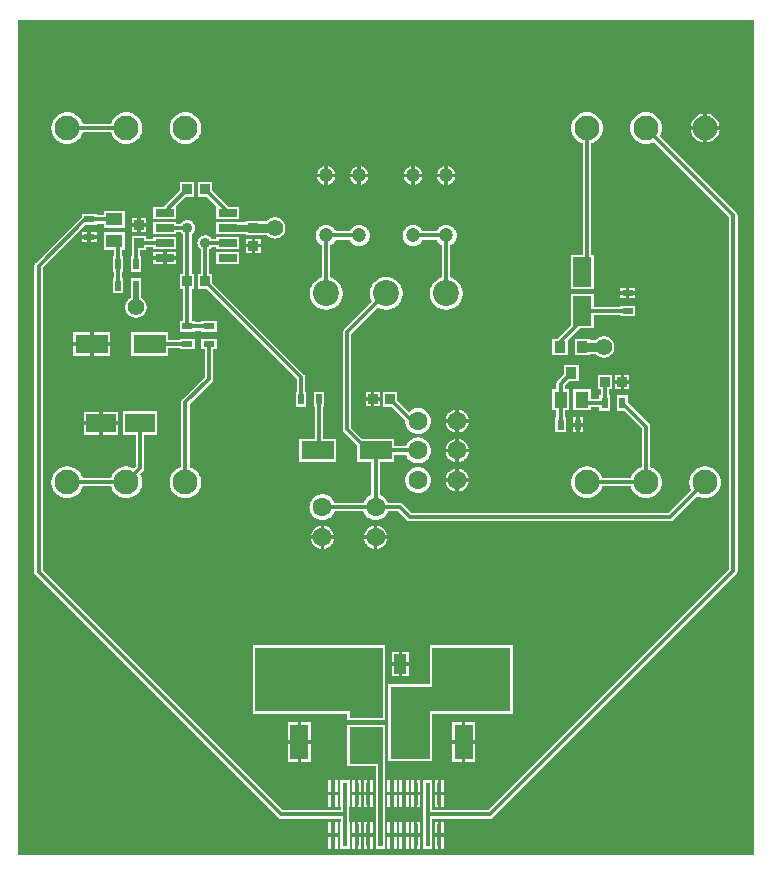
<source format=gtl>
%FSLAX46Y46*%
%MOMM*%
%ADD10C,0.300000*%
%ADD13C,0.500000*%
%ADD11C,0.600000*%
%ADD12C,0.750000*%
%ADD14C,0.800000*%
%AMPS19*
1,1,2.100000,0.000000,0.000000*
%
%ADD19PS19*%
%AMPS30*
1,1,1.600000,0.000000,0.000000*
%
%ADD30PS30*%
%AMPS42*
1,1,1.600000,0.000000,0.000000*
%
%ADD42PS42*%
%AMPS46*
1,1,1.600000,0.000000,0.000000*
%
%ADD46PS46*%
%AMPS34*
1,1,2.200000,0.000000,0.000000*
%
%ADD34PS34*%
%AMPS37*
1,1,1.200000,0.000000,0.000000*
%
%ADD37PS37*%
%AMPS31*
1,1,1.200000,0.000000,0.000000*
%
%ADD31PS31*%
%AMPS21*
21,1,1.594948,2.741421,0.000000,0.000000,90.000000*
%
%ADD21PS21*%
%AMPS20*
21,1,1.594948,2.741421,0.000000,0.000000,270.000000*
%
%ADD20PS20*%
%AMPS17*
21,1,1.600000,2.950000,0.000000,0.000000,0.000000*
%
%ADD17PS17*%
%AMPS18*
21,1,1.600000,2.950000,0.000000,0.000000,180.000000*
%
%ADD18PS18*%
%AMPS22*
21,1,0.600000,1.550000,0.000000,0.000000,90.000000*
%
%ADD22PS22*%
%AMPS23*
21,1,0.600000,1.550000,0.000000,0.000000,270.000000*
%
%ADD23PS23*%
%AMPS36*
21,1,1.600000,2.500000,0.000000,0.000000,0.000000*
%
%ADD36PS36*%
%AMPS48*
21,1,1.600000,2.500000,0.000000,0.000000,90.000000*
%
%ADD48PS48*%
%AMPS35*
21,1,1.600000,2.500000,0.000000,0.000000,180.000000*
%
%ADD35PS35*%
%AMPS47*
21,1,1.600000,2.500000,0.000000,0.000000,270.000000*
%
%ADD47PS47*%
%AMPS41*
21,1,0.900000,1.000000,0.000000,0.000000,0.000000*
%
%ADD41PS41*%
%AMPS40*
21,1,0.900000,1.000000,0.000000,0.000000,180.000000*
%
%ADD40PS40*%
%AMPS44*
21,1,1.400000,1.100000,0.000000,0.000000,0.000000*
%
%ADD44PS44*%
%AMPS38*
21,1,1.400000,1.100000,0.000000,0.000000,90.000000*
%
%ADD38PS38*%
%AMPS43*
21,1,1.400000,1.100000,0.000000,0.000000,180.000000*
%
%ADD43PS43*%
%AMPS39*
21,1,1.400000,1.100000,0.000000,0.000000,270.000000*
%
%ADD39PS39*%
%AMPS45*
21,1,0.400000,1.900000,0.000000,0.000000,0.000000*
%
%ADD45PS45*%
%AMPS25*
21,1,0.900000,0.500000,0.000000,0.000000,0.000000*
%
%ADD25PS25*%
%AMPS16*
21,1,0.900000,0.500000,0.000000,0.000000,90.000000*
%
%ADD16PS16*%
%AMPS24*
21,1,0.900000,0.500000,0.000000,0.000000,180.000000*
%
%ADD24PS24*%
%AMPS15*
21,1,0.900000,0.500000,0.000000,0.000000,270.000000*
%
%ADD15PS15*%
%AMPS33*
21,1,1.700000,1.100000,0.000000,0.000000,90.000000*
%
%ADD33PS33*%
%AMPS32*
21,1,1.700000,1.100000,0.000000,0.000000,270.000000*
%
%ADD32PS32*%
%AMPS27*
21,1,0.850000,0.800000,0.000000,0.000000,0.000000*
%
%ADD27PS27*%
%AMPS28*
21,1,0.850000,0.800000,0.000000,0.000000,90.000000*
%
%ADD28PS28*%
%AMPS26*
21,1,0.850000,0.800000,0.000000,0.000000,180.000000*
%
%ADD26PS26*%
%AMPS29*
21,1,0.850000,0.800000,0.000000,0.000000,270.000000*
%
%ADD29PS29*%
%AMPS51*
1,1,1.400000,0.000000,0.000000*
%
%ADD51PS51*%
%AMPS50*
1,1,0.700000,0.000000,0.000000*
%
%ADD50PS50*%
%AMPS52*
1,1,0.900000,0.000000,0.000000*
%
%ADD52PS52*%
%AMPS49*
1,1,0.700000,0.000000,0.000000*
%
%ADD49PS49*%
G01*
%LPD*%
G36*
X62640000Y360000D02*
X62640000Y71040000D01*
X360000Y71040000D01*
X360000Y360000D01*
X62640000Y360000D01*
D02*
G37*
%LPC*%
G36*
X9500000Y60584643D02*
X9368140Y60591123D01*
X9237532Y60610496D01*
X9109471Y60642574D01*
X8985153Y60687055D01*
X8865802Y60743504D01*
X8752555Y60811381D01*
X8646521Y60890022D01*
X8548690Y60978690D01*
X8460022Y61076521D01*
X8381381Y61182555D01*
X8313504Y61295802D01*
X8257054Y61415156D01*
X8199862Y61575000D01*
X5800138Y61575000D01*
X5742946Y61415156D01*
X5686496Y61295802D01*
X5618619Y61182555D01*
X5539978Y61076521D01*
X5451310Y60978690D01*
X5353479Y60890022D01*
X5247445Y60811381D01*
X5134198Y60743504D01*
X5014847Y60687055D01*
X4890529Y60642574D01*
X4762468Y60610496D01*
X4631860Y60591123D01*
X4500000Y60584643D01*
X4368140Y60591123D01*
X4237532Y60610496D01*
X4109471Y60642574D01*
X3985153Y60687055D01*
X3865802Y60743504D01*
X3752555Y60811381D01*
X3646521Y60890022D01*
X3548690Y60978690D01*
X3460022Y61076521D01*
X3381381Y61182555D01*
X3313504Y61295802D01*
X3257055Y61415153D01*
X3212574Y61539471D01*
X3180496Y61667532D01*
X3161123Y61798140D01*
X3154643Y61930000D01*
X3161123Y62061860D01*
X3180496Y62192468D01*
X3212574Y62320529D01*
X3257055Y62444847D01*
X3313504Y62564198D01*
X3381381Y62677445D01*
X3460022Y62783479D01*
X3548690Y62881310D01*
X3646521Y62969978D01*
X3752555Y63048619D01*
X3865802Y63116496D01*
X3985153Y63172945D01*
X4109471Y63217426D01*
X4237532Y63249504D01*
X4368140Y63268877D01*
X4500000Y63275357D01*
X4631860Y63268877D01*
X4762468Y63249504D01*
X4890529Y63217426D01*
X5014847Y63172945D01*
X5134198Y63116496D01*
X5247445Y63048619D01*
X5353479Y62969978D01*
X5451310Y62881310D01*
X5539978Y62783479D01*
X5618619Y62677445D01*
X5686496Y62564198D01*
X5742946Y62444844D01*
X5800138Y62285000D01*
X8199862Y62285000D01*
X8257054Y62444844D01*
X8313504Y62564198D01*
X8381381Y62677445D01*
X8460022Y62783479D01*
X8548690Y62881310D01*
X8646521Y62969978D01*
X8752555Y63048619D01*
X8865802Y63116496D01*
X8985153Y63172945D01*
X9109471Y63217426D01*
X9237532Y63249504D01*
X9368140Y63268877D01*
X9500000Y63275357D01*
X9631860Y63268877D01*
X9762468Y63249504D01*
X9890529Y63217426D01*
X10014847Y63172945D01*
X10134198Y63116496D01*
X10247445Y63048619D01*
X10353479Y62969978D01*
X10451310Y62881310D01*
X10539978Y62783479D01*
X10618619Y62677445D01*
X10686496Y62564198D01*
X10742945Y62444847D01*
X10787426Y62320529D01*
X10819504Y62192468D01*
X10838877Y62061860D01*
X10845357Y61930000D01*
X10838877Y61798140D01*
X10819504Y61667532D01*
X10787426Y61539471D01*
X10742945Y61415153D01*
X10686496Y61295802D01*
X10618619Y61182555D01*
X10539978Y61076521D01*
X10451310Y60978690D01*
X10353479Y60890022D01*
X10247445Y60811381D01*
X10134198Y60743504D01*
X10014847Y60687055D01*
X9890529Y60642574D01*
X9762468Y60610496D01*
X9631860Y60591123D01*
X9500000Y60584643D01*
D02*
G37*
%LPC*%
G36*
X14500000Y60584643D02*
X14368140Y60591123D01*
X14237532Y60610496D01*
X14109471Y60642574D01*
X13985153Y60687055D01*
X13865802Y60743504D01*
X13752555Y60811381D01*
X13646521Y60890022D01*
X13548690Y60978690D01*
X13460022Y61076521D01*
X13381381Y61182555D01*
X13313504Y61295802D01*
X13257055Y61415153D01*
X13212574Y61539471D01*
X13180496Y61667532D01*
X13161123Y61798140D01*
X13154643Y61930000D01*
X13161123Y62061860D01*
X13180496Y62192468D01*
X13212574Y62320529D01*
X13257055Y62444847D01*
X13313504Y62564198D01*
X13381381Y62677445D01*
X13460022Y62783479D01*
X13548690Y62881310D01*
X13646521Y62969978D01*
X13752555Y63048619D01*
X13865802Y63116496D01*
X13985153Y63172945D01*
X14109471Y63217426D01*
X14237532Y63249504D01*
X14368140Y63268877D01*
X14500000Y63275357D01*
X14631860Y63268877D01*
X14762468Y63249504D01*
X14890529Y63217426D01*
X15014847Y63172945D01*
X15134198Y63116496D01*
X15247445Y63048619D01*
X15353479Y62969978D01*
X15451310Y62881310D01*
X15539978Y62783479D01*
X15618619Y62677445D01*
X15686496Y62564198D01*
X15742945Y62444847D01*
X15787426Y62320529D01*
X15819504Y62192468D01*
X15838877Y62061860D01*
X15845357Y61930000D01*
X15838877Y61798140D01*
X15819504Y61667532D01*
X15787426Y61539471D01*
X15742945Y61415153D01*
X15686496Y61295802D01*
X15618619Y61182555D01*
X15539978Y61076521D01*
X15451310Y60978690D01*
X15353479Y60890022D01*
X15247445Y60811381D01*
X15134198Y60743504D01*
X15014847Y60687055D01*
X14890529Y60642574D01*
X14762468Y60610496D01*
X14631860Y60591123D01*
X14500000Y60584643D01*
D02*
G37*
%LPC*%
G36*
X49105000Y48295000D02*
X47115000Y48295000D01*
X47115000Y51185000D01*
X48145000Y51185000D01*
X48145000Y60629862D01*
X47985156Y60687054D01*
X47865802Y60743504D01*
X47752555Y60811381D01*
X47646521Y60890022D01*
X47548690Y60978690D01*
X47460022Y61076521D01*
X47381381Y61182555D01*
X47313504Y61295802D01*
X47257055Y61415153D01*
X47212574Y61539471D01*
X47180496Y61667532D01*
X47161123Y61798140D01*
X47154643Y61930000D01*
X47161123Y62061860D01*
X47180496Y62192468D01*
X47212574Y62320529D01*
X47257055Y62444847D01*
X47313504Y62564198D01*
X47381381Y62677445D01*
X47460022Y62783479D01*
X47548690Y62881310D01*
X47646521Y62969978D01*
X47752555Y63048619D01*
X47865802Y63116496D01*
X47985153Y63172945D01*
X48109471Y63217426D01*
X48237532Y63249504D01*
X48368140Y63268877D01*
X48500000Y63275357D01*
X48631860Y63268877D01*
X48762468Y63249504D01*
X48890529Y63217426D01*
X49014847Y63172945D01*
X49134198Y63116496D01*
X49247445Y63048619D01*
X49353479Y62969978D01*
X49451310Y62881310D01*
X49539978Y62783479D01*
X49618619Y62677445D01*
X49686496Y62564198D01*
X49742945Y62444847D01*
X49787426Y62320529D01*
X49819504Y62192468D01*
X49838877Y62061860D01*
X49845357Y61930000D01*
X49838877Y61798140D01*
X49819504Y61667532D01*
X49787426Y61539471D01*
X49742945Y61415153D01*
X49686496Y61295802D01*
X49618619Y61182555D01*
X49539978Y61076521D01*
X49451310Y60978690D01*
X49353479Y60890022D01*
X49247445Y60811381D01*
X49134198Y60743504D01*
X49014844Y60687054D01*
X48855000Y60629862D01*
X48855000Y51185000D01*
X49105000Y51185000D01*
X49105000Y48295000D01*
D02*
G37*
%LPC*%
G36*
X35395000Y915000D02*
X34605000Y915000D01*
X34605000Y3205000D01*
X34645000Y3205000D01*
X34645000Y4415000D01*
X34605000Y4415000D01*
X34605000Y6705000D01*
X35395000Y6705000D01*
X35395000Y4415000D01*
X35355000Y4415000D01*
X35355000Y4155000D01*
X40152953Y4155000D01*
X60535000Y24537047D01*
X60535000Y54392953D01*
X54168314Y60759640D01*
X54014847Y60687055D01*
X53890529Y60642574D01*
X53762468Y60610496D01*
X53631860Y60591123D01*
X53500000Y60584643D01*
X53368140Y60591123D01*
X53237532Y60610496D01*
X53109471Y60642574D01*
X52985153Y60687055D01*
X52865802Y60743504D01*
X52752555Y60811381D01*
X52646521Y60890022D01*
X52548690Y60978690D01*
X52460022Y61076521D01*
X52381381Y61182555D01*
X52313504Y61295802D01*
X52257055Y61415153D01*
X52212574Y61539471D01*
X52180496Y61667532D01*
X52161123Y61798140D01*
X52154643Y61930000D01*
X52161123Y62061860D01*
X52180496Y62192468D01*
X52212574Y62320529D01*
X52257055Y62444847D01*
X52313504Y62564198D01*
X52381381Y62677445D01*
X52460022Y62783479D01*
X52548690Y62881310D01*
X52646521Y62969978D01*
X52752555Y63048619D01*
X52865802Y63116496D01*
X52985153Y63172945D01*
X53109471Y63217426D01*
X53237532Y63249504D01*
X53368140Y63268877D01*
X53500000Y63275357D01*
X53631860Y63268877D01*
X53762468Y63249504D01*
X53890529Y63217426D01*
X54014847Y63172945D01*
X54134198Y63116496D01*
X54247445Y63048619D01*
X54353479Y62969978D01*
X54451310Y62881310D01*
X54539978Y62783479D01*
X54618619Y62677445D01*
X54686496Y62564198D01*
X54742945Y62444847D01*
X54787426Y62320529D01*
X54819504Y62192468D01*
X54838877Y62061860D01*
X54845357Y61930000D01*
X54838877Y61798140D01*
X54819504Y61667532D01*
X54787426Y61539471D01*
X54742945Y61415153D01*
X54670360Y61261686D01*
X61148148Y54783897D01*
X61185996Y54737776D01*
X61218893Y54676229D01*
X61239151Y54609451D01*
X61245000Y54550077D01*
X61245000Y24379923D01*
X61239151Y24320548D01*
X61218893Y24253770D01*
X61185996Y24192222D01*
X61142220Y24138877D01*
X61134448Y24132401D01*
X40557598Y3555551D01*
X40551122Y3547779D01*
X40497777Y3504003D01*
X40436229Y3471106D01*
X40369451Y3450849D01*
X40310066Y3445000D01*
X35355000Y3445000D01*
X35355000Y3205000D01*
X35395000Y3205000D01*
X35395000Y915000D01*
D02*
G37*
%LPC*%
G36*
X58350000Y62080000D02*
X57269963Y62080000D01*
X57283603Y62171959D01*
X57313176Y62290021D01*
X57354177Y62404613D01*
X57406213Y62514634D01*
X57468794Y62619044D01*
X57541286Y62716786D01*
X57623026Y62806974D01*
X57713214Y62888714D01*
X57810956Y62961206D01*
X57915366Y63023787D01*
X58025387Y63075823D01*
X58139979Y63116824D01*
X58258041Y63146397D01*
X58350000Y63160037D01*
X58350000Y62080000D01*
D02*
G37*
%LPC*%
G36*
X59730037Y62080000D02*
X58650000Y62080000D01*
X58650000Y63160037D01*
X58741959Y63146397D01*
X58860021Y63116824D01*
X58974613Y63075823D01*
X59084634Y63023787D01*
X59189044Y62961206D01*
X59286786Y62888714D01*
X59376974Y62806974D01*
X59458714Y62716786D01*
X59531206Y62619044D01*
X59593787Y62514634D01*
X59645823Y62404613D01*
X59686824Y62290021D01*
X59716397Y62171959D01*
X59730037Y62080000D01*
D02*
G37*
%LPC*%
G36*
X58350000Y60699963D02*
X58258041Y60713603D01*
X58139979Y60743176D01*
X58025387Y60784177D01*
X57915366Y60836213D01*
X57810956Y60898794D01*
X57713214Y60971286D01*
X57623026Y61053026D01*
X57541286Y61143214D01*
X57468794Y61240956D01*
X57406213Y61345366D01*
X57354177Y61455387D01*
X57313176Y61569979D01*
X57283603Y61688041D01*
X57269963Y61780000D01*
X58350000Y61780000D01*
X58350000Y60699963D01*
D02*
G37*
%LPC*%
G36*
X58650000Y60699963D02*
X58650000Y61780000D01*
X59730037Y61780000D01*
X59716397Y61688041D01*
X59686824Y61569979D01*
X59645823Y61455387D01*
X59593787Y61345366D01*
X59531206Y61240956D01*
X59458714Y61143214D01*
X59376974Y61053026D01*
X59286786Y60971286D01*
X59189044Y60898794D01*
X59084634Y60836213D01*
X58974613Y60784177D01*
X58860021Y60743176D01*
X58741959Y60713603D01*
X58650000Y60699963D01*
D02*
G37*
%LPC*%
G36*
X33630000Y58060000D02*
X33004337Y58060000D01*
X33004956Y58064168D01*
X33023799Y58139394D01*
X33049923Y58212407D01*
X33083078Y58282506D01*
X33122951Y58349030D01*
X33169146Y58411316D01*
X33221224Y58468776D01*
X33278684Y58520854D01*
X33340970Y58567049D01*
X33407494Y58606922D01*
X33477593Y58640077D01*
X33550606Y58666201D01*
X33625832Y58685044D01*
X33630000Y58685663D01*
X33630000Y58060000D01*
D02*
G37*
%LPC*%
G36*
X34555663Y58060000D02*
X33930000Y58060000D01*
X33930000Y58685663D01*
X33934168Y58685044D01*
X34009394Y58666201D01*
X34082407Y58640077D01*
X34152506Y58606922D01*
X34219030Y58567049D01*
X34281316Y58520854D01*
X34338776Y58468776D01*
X34390854Y58411316D01*
X34437049Y58349030D01*
X34476922Y58282506D01*
X34510077Y58212407D01*
X34536201Y58139394D01*
X34555044Y58064168D01*
X34555663Y58060000D01*
D02*
G37*
%LPC*%
G36*
X29070000Y58060000D02*
X28444337Y58060000D01*
X28444956Y58064168D01*
X28463799Y58139394D01*
X28489923Y58212407D01*
X28523078Y58282506D01*
X28562951Y58349030D01*
X28609146Y58411316D01*
X28661224Y58468776D01*
X28718684Y58520854D01*
X28780970Y58567049D01*
X28847494Y58606922D01*
X28917593Y58640077D01*
X28990606Y58666201D01*
X29065832Y58685044D01*
X29070000Y58685663D01*
X29070000Y58060000D01*
D02*
G37*
%LPC*%
G36*
X36430000Y58060000D02*
X35804337Y58060000D01*
X35804956Y58064168D01*
X35823799Y58139394D01*
X35849923Y58212407D01*
X35883078Y58282506D01*
X35922951Y58349030D01*
X35969146Y58411316D01*
X36021224Y58468776D01*
X36078684Y58520854D01*
X36140970Y58567049D01*
X36207494Y58606922D01*
X36277593Y58640077D01*
X36350606Y58666201D01*
X36425832Y58685044D01*
X36430000Y58685663D01*
X36430000Y58060000D01*
D02*
G37*
%LPC*%
G36*
X29995663Y58060000D02*
X29370000Y58060000D01*
X29370000Y58685663D01*
X29374168Y58685044D01*
X29449394Y58666201D01*
X29522407Y58640077D01*
X29592506Y58606922D01*
X29659030Y58567049D01*
X29721316Y58520854D01*
X29778776Y58468776D01*
X29830854Y58411316D01*
X29877049Y58349030D01*
X29916922Y58282506D01*
X29950077Y58212407D01*
X29976201Y58139394D01*
X29995044Y58064168D01*
X29995663Y58060000D01*
D02*
G37*
%LPC*%
G36*
X26270000Y58060000D02*
X25644337Y58060000D01*
X25644956Y58064168D01*
X25663799Y58139394D01*
X25689923Y58212407D01*
X25723078Y58282506D01*
X25762951Y58349030D01*
X25809146Y58411316D01*
X25861224Y58468776D01*
X25918684Y58520854D01*
X25980970Y58567049D01*
X26047494Y58606922D01*
X26117593Y58640077D01*
X26190606Y58666201D01*
X26265832Y58685044D01*
X26270000Y58685663D01*
X26270000Y58060000D01*
D02*
G37*
%LPC*%
G36*
X37355663Y58060000D02*
X36730000Y58060000D01*
X36730000Y58685663D01*
X36734168Y58685044D01*
X36809394Y58666201D01*
X36882407Y58640077D01*
X36952506Y58606922D01*
X37019030Y58567049D01*
X37081316Y58520854D01*
X37138776Y58468776D01*
X37190854Y58411316D01*
X37237049Y58349030D01*
X37276922Y58282506D01*
X37310077Y58212407D01*
X37336201Y58139394D01*
X37355044Y58064168D01*
X37355663Y58060000D01*
D02*
G37*
%LPC*%
G36*
X27195663Y58060000D02*
X26570000Y58060000D01*
X26570000Y58685663D01*
X26574168Y58685044D01*
X26649394Y58666201D01*
X26722407Y58640077D01*
X26792506Y58606922D01*
X26859030Y58567049D01*
X26921316Y58520854D01*
X26978776Y58468776D01*
X27030854Y58411316D01*
X27077049Y58349030D01*
X27116922Y58282506D01*
X27150077Y58212407D01*
X27176201Y58139394D01*
X27195044Y58064168D01*
X27195663Y58060000D01*
D02*
G37*
%LPC*%
G36*
X36730000Y57134337D02*
X36730000Y57760000D01*
X37355663Y57760000D01*
X37355044Y57755832D01*
X37336201Y57680606D01*
X37310077Y57607593D01*
X37276922Y57537494D01*
X37237049Y57470970D01*
X37190854Y57408684D01*
X37138776Y57351224D01*
X37081316Y57299146D01*
X37019030Y57252951D01*
X36952506Y57213078D01*
X36882407Y57179923D01*
X36809394Y57153799D01*
X36734168Y57134956D01*
X36730000Y57134337D01*
D02*
G37*
%LPC*%
G36*
X36430000Y57134337D02*
X36425832Y57134956D01*
X36350606Y57153799D01*
X36277593Y57179923D01*
X36207494Y57213078D01*
X36140970Y57252951D01*
X36078684Y57299146D01*
X36021224Y57351224D01*
X35969146Y57408684D01*
X35922951Y57470970D01*
X35883078Y57537494D01*
X35849923Y57607593D01*
X35823799Y57680606D01*
X35804956Y57755832D01*
X35804337Y57760000D01*
X36430000Y57760000D01*
X36430000Y57134337D01*
D02*
G37*
%LPC*%
G36*
X33930000Y57134337D02*
X33930000Y57760000D01*
X34555663Y57760000D01*
X34555044Y57755832D01*
X34536201Y57680606D01*
X34510077Y57607593D01*
X34476922Y57537494D01*
X34437049Y57470970D01*
X34390854Y57408684D01*
X34338776Y57351224D01*
X34281316Y57299146D01*
X34219030Y57252951D01*
X34152506Y57213078D01*
X34082407Y57179923D01*
X34009394Y57153799D01*
X33934168Y57134956D01*
X33930000Y57134337D01*
D02*
G37*
%LPC*%
G36*
X33630000Y57134337D02*
X33625832Y57134956D01*
X33550606Y57153799D01*
X33477593Y57179923D01*
X33407494Y57213078D01*
X33340970Y57252951D01*
X33278684Y57299146D01*
X33221224Y57351224D01*
X33169146Y57408684D01*
X33122951Y57470970D01*
X33083078Y57537494D01*
X33049923Y57607593D01*
X33023799Y57680606D01*
X33004956Y57755832D01*
X33004337Y57760000D01*
X33630000Y57760000D01*
X33630000Y57134337D01*
D02*
G37*
%LPC*%
G36*
X29370000Y57134337D02*
X29370000Y57760000D01*
X29995663Y57760000D01*
X29995044Y57755832D01*
X29976201Y57680606D01*
X29950077Y57607593D01*
X29916922Y57537494D01*
X29877049Y57470970D01*
X29830854Y57408684D01*
X29778776Y57351224D01*
X29721316Y57299146D01*
X29659030Y57252951D01*
X29592506Y57213078D01*
X29522407Y57179923D01*
X29449394Y57153799D01*
X29374168Y57134956D01*
X29370000Y57134337D01*
D02*
G37*
%LPC*%
G36*
X29070000Y57134337D02*
X29065832Y57134956D01*
X28990606Y57153799D01*
X28917593Y57179923D01*
X28847494Y57213078D01*
X28780970Y57252951D01*
X28718684Y57299146D01*
X28661224Y57351224D01*
X28609146Y57408684D01*
X28562951Y57470970D01*
X28523078Y57537494D01*
X28489923Y57607593D01*
X28463799Y57680606D01*
X28444956Y57755832D01*
X28444337Y57760000D01*
X29070000Y57760000D01*
X29070000Y57134337D01*
D02*
G37*
%LPC*%
G36*
X26570000Y57134337D02*
X26570000Y57760000D01*
X27195663Y57760000D01*
X27195044Y57755832D01*
X27176201Y57680606D01*
X27150077Y57607593D01*
X27116922Y57537494D01*
X27077049Y57470970D01*
X27030854Y57408684D01*
X26978776Y57351224D01*
X26921316Y57299146D01*
X26859030Y57252951D01*
X26792506Y57213078D01*
X26722407Y57179923D01*
X26649394Y57153799D01*
X26574168Y57134956D01*
X26570000Y57134337D01*
D02*
G37*
%LPC*%
G36*
X26270000Y57134337D02*
X26265832Y57134956D01*
X26190606Y57153799D01*
X26117593Y57179923D01*
X26047494Y57213078D01*
X25980970Y57252951D01*
X25918684Y57299146D01*
X25861224Y57351224D01*
X25809146Y57408684D01*
X25762951Y57470970D01*
X25723078Y57537494D01*
X25689923Y57607593D01*
X25663799Y57680606D01*
X25644956Y57755832D01*
X25644337Y57760000D01*
X26270000Y57760000D01*
X26270000Y57134337D01*
D02*
G37*
%LPC*%
G36*
X19060000Y54245000D02*
X17120000Y54245000D01*
X17120000Y55277953D01*
X16287954Y56110000D01*
X15575000Y56110000D01*
X15575000Y57350000D01*
X16765000Y57350000D01*
X16765000Y56637046D01*
X18167046Y55235000D01*
X19060000Y55235000D01*
X19060000Y54245000D01*
D02*
G37*
%LPC*%
G36*
X13720000Y54245000D02*
X11780000Y54245000D01*
X11780000Y55235000D01*
X12672953Y55235000D01*
X14075000Y56637046D01*
X14075000Y57350000D01*
X15265000Y57350000D01*
X15265000Y56110000D01*
X14552046Y56110000D01*
X13720000Y55277953D01*
X13720000Y54245000D01*
D02*
G37*
%LPC*%
G36*
X28395000Y915000D02*
X27605000Y915000D01*
X27605000Y3205000D01*
X27645000Y3205000D01*
X27645000Y3445000D01*
X22589935Y3445000D01*
X22530548Y3450849D01*
X22463770Y3471106D01*
X22402223Y3504003D01*
X22348157Y3548371D01*
X22341740Y3556214D01*
X1826215Y24071738D01*
X1818372Y24078155D01*
X1774003Y24132223D01*
X1741106Y24193770D01*
X1720849Y24260548D01*
X1715000Y24319935D01*
X1715000Y50280066D01*
X1720849Y50339451D01*
X1741106Y50406229D01*
X1774003Y50467777D01*
X1817779Y50521122D01*
X1825551Y50527598D01*
X5715000Y54417047D01*
X5715000Y54625000D01*
X7005000Y54625000D01*
X7005000Y54535000D01*
X7595000Y54535000D01*
X7595000Y54925000D01*
X9385000Y54925000D01*
X9385000Y53435000D01*
X7595000Y53435000D01*
X7595000Y53825000D01*
X7005000Y53825000D01*
X7005000Y53735000D01*
X6037047Y53735000D01*
X2425000Y50122953D01*
X2425000Y24477047D01*
X22747047Y4155000D01*
X27645000Y4155000D01*
X27645000Y4415000D01*
X27605000Y4415000D01*
X27605000Y6705000D01*
X28395000Y6705000D01*
X28395000Y4415000D01*
X28355000Y4415000D01*
X28355000Y3205000D01*
X28395000Y3205000D01*
X28395000Y915000D01*
D02*
G37*
%LPC*%
G36*
X22060000Y52564753D02*
X21971268Y52569113D01*
X21883388Y52582149D01*
X21797224Y52603731D01*
X21713579Y52633661D01*
X21633263Y52671648D01*
X21557079Y52717310D01*
X21485715Y52770237D01*
X21419894Y52829894D01*
X21365417Y52890000D01*
X20880000Y52890000D01*
X20880000Y52875000D01*
X19640000Y52875000D01*
X19640000Y52965000D01*
X18079935Y52965000D01*
X17978391Y52975000D01*
X17120000Y52975000D01*
X17120000Y53965000D01*
X17978410Y53965000D01*
X18079925Y53975000D01*
X19640000Y53975000D01*
X19640000Y54065000D01*
X20880000Y54065000D01*
X20880000Y54050000D01*
X21365417Y54050000D01*
X21419894Y54110106D01*
X21485715Y54169763D01*
X21557079Y54222690D01*
X21633263Y54268352D01*
X21713579Y54306339D01*
X21797224Y54336269D01*
X21883388Y54357851D01*
X21971268Y54370887D01*
X22060000Y54375247D01*
X22148732Y54370887D01*
X22236612Y54357851D01*
X22322776Y54336269D01*
X22406421Y54306339D01*
X22486737Y54268352D01*
X22562921Y54222690D01*
X22634285Y54169763D01*
X22700106Y54110106D01*
X22759763Y54044285D01*
X22812690Y53972921D01*
X22858352Y53896737D01*
X22896339Y53816421D01*
X22926269Y53732776D01*
X22947851Y53646612D01*
X22960887Y53558732D01*
X22965247Y53470000D01*
X22960887Y53381268D01*
X22947851Y53293388D01*
X22926269Y53207224D01*
X22896339Y53123579D01*
X22858352Y53043263D01*
X22812690Y52967079D01*
X22759763Y52895715D01*
X22700106Y52829894D01*
X22634285Y52770237D01*
X22562921Y52717310D01*
X22486737Y52671648D01*
X22406421Y52633661D01*
X22322776Y52603731D01*
X22236612Y52582149D01*
X22148732Y52569113D01*
X22060000Y52564753D01*
D02*
G37*
%LPC*%
G36*
X11195000Y53845000D02*
X10730000Y53845000D01*
X10730000Y54285000D01*
X11195000Y54285000D01*
X11195000Y53845000D01*
D02*
G37*
%LPC*%
G36*
X10430000Y53845000D02*
X9965000Y53845000D01*
X9965000Y54285000D01*
X10430000Y54285000D01*
X10430000Y53845000D01*
D02*
G37*
%LPC*%
G36*
X15315000Y44685000D02*
X14025000Y44685000D01*
X14025000Y45575000D01*
X14315000Y45575000D01*
X14315000Y48310000D01*
X14075000Y48310000D01*
X14075000Y49550000D01*
X14315000Y49550000D01*
X14315000Y52918483D01*
X14254319Y52963485D01*
X14206670Y53006670D01*
X14163485Y53054319D01*
X14118483Y53115000D01*
X13720000Y53115000D01*
X13720000Y52975000D01*
X11780000Y52975000D01*
X11780000Y53965000D01*
X13720000Y53965000D01*
X13720000Y53825000D01*
X14118483Y53825000D01*
X14163485Y53885681D01*
X14206670Y53933330D01*
X14254316Y53976512D01*
X14305966Y54014818D01*
X14361122Y54047877D01*
X14419243Y54075366D01*
X14479790Y54097032D01*
X14542167Y54112655D01*
X14605774Y54122091D01*
X14670000Y54125247D01*
X14734226Y54122091D01*
X14797833Y54112655D01*
X14860210Y54097032D01*
X14920757Y54075366D01*
X14978878Y54047877D01*
X15034034Y54014818D01*
X15085684Y53976512D01*
X15133330Y53933330D01*
X15176512Y53885684D01*
X15214818Y53834034D01*
X15247877Y53778878D01*
X15275366Y53720757D01*
X15297032Y53660210D01*
X15312655Y53597833D01*
X15322091Y53534226D01*
X15325247Y53470000D01*
X15322091Y53405774D01*
X15312655Y53342167D01*
X15297032Y53279790D01*
X15275366Y53219243D01*
X15247877Y53161122D01*
X15214818Y53105966D01*
X15176512Y53054316D01*
X15133330Y53006670D01*
X15085681Y52963485D01*
X15025000Y52918483D01*
X15025000Y49550000D01*
X15265000Y49550000D01*
X15265000Y48310000D01*
X15025000Y48310000D01*
X15025000Y45575000D01*
X15315000Y45575000D01*
X15315000Y45485000D01*
X15855000Y45485000D01*
X15855000Y45575000D01*
X17145000Y45575000D01*
X17145000Y44685000D01*
X15855000Y44685000D01*
X15855000Y44775000D01*
X15315000Y44775000D01*
X15315000Y44685000D01*
D02*
G37*
%LPC*%
G36*
X36580000Y46534645D02*
X36443231Y46541364D01*
X36307774Y46561458D01*
X36174948Y46594729D01*
X36046023Y46640859D01*
X35922236Y46699406D01*
X35804784Y46769804D01*
X35694794Y46851378D01*
X35593335Y46943335D01*
X35501378Y47044794D01*
X35419804Y47154784D01*
X35349406Y47272236D01*
X35290859Y47396023D01*
X35244729Y47524948D01*
X35211458Y47657774D01*
X35191364Y47793231D01*
X35184645Y47930000D01*
X35191364Y48066769D01*
X35211458Y48202226D01*
X35244729Y48335052D01*
X35290859Y48463977D01*
X35349406Y48587764D01*
X35419804Y48705216D01*
X35501378Y48815206D01*
X35593335Y48916665D01*
X35694794Y49008622D01*
X35804784Y49090196D01*
X35922236Y49160594D01*
X36046023Y49219141D01*
X36225000Y49283179D01*
X36225000Y52008646D01*
X36157927Y52040370D01*
X36082567Y52085540D01*
X36011991Y52137881D01*
X35946887Y52196887D01*
X35887881Y52261991D01*
X35835540Y52332567D01*
X35790370Y52407927D01*
X35758646Y52475000D01*
X34601354Y52475000D01*
X34569630Y52407927D01*
X34524460Y52332567D01*
X34472119Y52261991D01*
X34413113Y52196887D01*
X34348009Y52137881D01*
X34277433Y52085540D01*
X34202070Y52040368D01*
X34122640Y52002801D01*
X34039907Y51973198D01*
X33954677Y51951849D01*
X33867753Y51938956D01*
X33780000Y51934643D01*
X33692247Y51938956D01*
X33605323Y51951849D01*
X33520093Y51973198D01*
X33437360Y52002801D01*
X33357930Y52040368D01*
X33282567Y52085540D01*
X33211991Y52137881D01*
X33146887Y52196887D01*
X33087881Y52261991D01*
X33035540Y52332567D01*
X32990368Y52407930D01*
X32952801Y52487360D01*
X32923198Y52570093D01*
X32901849Y52655323D01*
X32888956Y52742247D01*
X32884643Y52830000D01*
X32888956Y52917753D01*
X32901849Y53004677D01*
X32923198Y53089907D01*
X32952801Y53172640D01*
X32990368Y53252070D01*
X33035540Y53327433D01*
X33087881Y53398009D01*
X33146887Y53463113D01*
X33211991Y53522119D01*
X33282567Y53574460D01*
X33357930Y53619632D01*
X33437360Y53657199D01*
X33520093Y53686802D01*
X33605323Y53708151D01*
X33692247Y53721044D01*
X33780000Y53725357D01*
X33867753Y53721044D01*
X33954677Y53708151D01*
X34039907Y53686802D01*
X34122640Y53657199D01*
X34202070Y53619632D01*
X34277433Y53574460D01*
X34348009Y53522119D01*
X34413113Y53463113D01*
X34472119Y53398009D01*
X34524460Y53327433D01*
X34569630Y53252073D01*
X34601354Y53185000D01*
X35758646Y53185000D01*
X35790370Y53252073D01*
X35835540Y53327433D01*
X35887881Y53398009D01*
X35946887Y53463113D01*
X36011991Y53522119D01*
X36082567Y53574460D01*
X36157930Y53619632D01*
X36237360Y53657199D01*
X36320093Y53686802D01*
X36405323Y53708151D01*
X36492247Y53721044D01*
X36580000Y53725357D01*
X36667753Y53721044D01*
X36754677Y53708151D01*
X36839907Y53686802D01*
X36922640Y53657199D01*
X37002070Y53619632D01*
X37077433Y53574460D01*
X37148009Y53522119D01*
X37213113Y53463113D01*
X37272119Y53398009D01*
X37324460Y53327433D01*
X37369632Y53252070D01*
X37407199Y53172640D01*
X37436802Y53089907D01*
X37458151Y53004677D01*
X37471044Y52917753D01*
X37475357Y52830000D01*
X37471044Y52742247D01*
X37458151Y52655323D01*
X37436802Y52570093D01*
X37407199Y52487360D01*
X37369632Y52407930D01*
X37324460Y52332567D01*
X37272119Y52261991D01*
X37213113Y52196887D01*
X37148009Y52137881D01*
X37077433Y52085540D01*
X37002073Y52040370D01*
X36935000Y52008646D01*
X36935000Y49283179D01*
X37113977Y49219141D01*
X37237764Y49160594D01*
X37355216Y49090196D01*
X37465206Y49008622D01*
X37566665Y48916665D01*
X37658622Y48815206D01*
X37740196Y48705216D01*
X37810594Y48587764D01*
X37869141Y48463977D01*
X37915271Y48335052D01*
X37948542Y48202226D01*
X37968636Y48066769D01*
X37975355Y47930000D01*
X37968636Y47793231D01*
X37948542Y47657774D01*
X37915271Y47524948D01*
X37869141Y47396023D01*
X37810594Y47272236D01*
X37740196Y47154784D01*
X37658622Y47044794D01*
X37566665Y46943335D01*
X37465206Y46851378D01*
X37355216Y46769804D01*
X37237764Y46699406D01*
X37113977Y46640859D01*
X36985052Y46594729D01*
X36852226Y46561458D01*
X36716769Y46541364D01*
X36580000Y46534645D01*
D02*
G37*
%LPC*%
G36*
X26420000Y46534645D02*
X26283231Y46541364D01*
X26147774Y46561458D01*
X26014948Y46594729D01*
X25886023Y46640859D01*
X25762236Y46699406D01*
X25644784Y46769804D01*
X25534794Y46851378D01*
X25433335Y46943335D01*
X25341378Y47044794D01*
X25259804Y47154784D01*
X25189406Y47272236D01*
X25130859Y47396023D01*
X25084729Y47524948D01*
X25051458Y47657774D01*
X25031364Y47793231D01*
X25024645Y47930000D01*
X25031364Y48066769D01*
X25051458Y48202226D01*
X25084729Y48335052D01*
X25130859Y48463977D01*
X25189406Y48587764D01*
X25259804Y48705216D01*
X25341378Y48815206D01*
X25433335Y48916665D01*
X25534794Y49008622D01*
X25644784Y49090196D01*
X25762236Y49160594D01*
X25886023Y49219141D01*
X26065000Y49283179D01*
X26065000Y52008646D01*
X25997927Y52040370D01*
X25922567Y52085540D01*
X25851991Y52137881D01*
X25786887Y52196887D01*
X25727881Y52261991D01*
X25675540Y52332567D01*
X25630368Y52407930D01*
X25592801Y52487360D01*
X25563198Y52570093D01*
X25541849Y52655323D01*
X25528956Y52742247D01*
X25524643Y52830000D01*
X25528956Y52917753D01*
X25541849Y53004677D01*
X25563198Y53089907D01*
X25592801Y53172640D01*
X25630368Y53252070D01*
X25675540Y53327433D01*
X25727881Y53398009D01*
X25786887Y53463113D01*
X25851991Y53522119D01*
X25922567Y53574460D01*
X25997930Y53619632D01*
X26077360Y53657199D01*
X26160093Y53686802D01*
X26245323Y53708151D01*
X26332247Y53721044D01*
X26420000Y53725357D01*
X26507753Y53721044D01*
X26594677Y53708151D01*
X26679907Y53686802D01*
X26762640Y53657199D01*
X26842070Y53619632D01*
X26917433Y53574460D01*
X26988009Y53522119D01*
X27053113Y53463113D01*
X27112119Y53398009D01*
X27164460Y53327433D01*
X27209630Y53252073D01*
X27241354Y53185000D01*
X28398646Y53185000D01*
X28430370Y53252073D01*
X28475540Y53327433D01*
X28527881Y53398009D01*
X28586887Y53463113D01*
X28651991Y53522119D01*
X28722567Y53574460D01*
X28797930Y53619632D01*
X28877360Y53657199D01*
X28960093Y53686802D01*
X29045323Y53708151D01*
X29132247Y53721044D01*
X29220000Y53725357D01*
X29307753Y53721044D01*
X29394677Y53708151D01*
X29479907Y53686802D01*
X29562640Y53657199D01*
X29642070Y53619632D01*
X29717433Y53574460D01*
X29788009Y53522119D01*
X29853113Y53463113D01*
X29912119Y53398009D01*
X29964460Y53327433D01*
X30009632Y53252070D01*
X30047199Y53172640D01*
X30076802Y53089907D01*
X30098151Y53004677D01*
X30111044Y52917753D01*
X30115357Y52830000D01*
X30111044Y52742247D01*
X30098151Y52655323D01*
X30076802Y52570093D01*
X30047199Y52487360D01*
X30009632Y52407930D01*
X29964460Y52332567D01*
X29912119Y52261991D01*
X29853113Y52196887D01*
X29788009Y52137881D01*
X29717433Y52085540D01*
X29642070Y52040368D01*
X29562640Y52002801D01*
X29479907Y51973198D01*
X29394677Y51951849D01*
X29307753Y51938956D01*
X29220000Y51934643D01*
X29132247Y51938956D01*
X29045323Y51951849D01*
X28960093Y51973198D01*
X28877360Y52002801D01*
X28797930Y52040368D01*
X28722567Y52085540D01*
X28651991Y52137881D01*
X28586887Y52196887D01*
X28527881Y52261991D01*
X28475540Y52332567D01*
X28430370Y52407927D01*
X28398646Y52475000D01*
X27241354Y52475000D01*
X27209630Y52407927D01*
X27164460Y52332567D01*
X27112119Y52261991D01*
X27053113Y52196887D01*
X26988009Y52137881D01*
X26917433Y52085540D01*
X26842073Y52040370D01*
X26775000Y52008646D01*
X26775000Y49283179D01*
X26953977Y49219141D01*
X27077764Y49160594D01*
X27195216Y49090196D01*
X27305206Y49008622D01*
X27406665Y48916665D01*
X27498622Y48815206D01*
X27580196Y48705216D01*
X27650594Y48587764D01*
X27709141Y48463977D01*
X27755271Y48335052D01*
X27788542Y48202226D01*
X27808636Y48066769D01*
X27815355Y47930000D01*
X27808636Y47793231D01*
X27788542Y47657774D01*
X27755271Y47524948D01*
X27709141Y47396023D01*
X27650594Y47272236D01*
X27580196Y47154784D01*
X27498622Y47044794D01*
X27406665Y46943335D01*
X27305206Y46851378D01*
X27195216Y46769804D01*
X27077764Y46699406D01*
X26953977Y46640859D01*
X26825052Y46594729D01*
X26692226Y46561458D01*
X26556769Y46541364D01*
X26420000Y46534645D01*
D02*
G37*
%LPC*%
G36*
X10430000Y53105000D02*
X9965000Y53105000D01*
X9965000Y53545000D01*
X10430000Y53545000D01*
X10430000Y53105000D01*
D02*
G37*
%LPC*%
G36*
X11195000Y53105000D02*
X10730000Y53105000D01*
X10730000Y53545000D01*
X11195000Y53545000D01*
X11195000Y53105000D01*
D02*
G37*
%LPC*%
G36*
X9255000Y47925000D02*
X8365000Y47925000D01*
X8365000Y49215000D01*
X8455000Y49215000D01*
X8455000Y49755000D01*
X8365000Y49755000D01*
X8365000Y51045000D01*
X8455000Y51045000D01*
X8455000Y51635000D01*
X7595000Y51635000D01*
X7595000Y53125000D01*
X9385000Y53125000D01*
X9385000Y51635000D01*
X9165000Y51635000D01*
X9165000Y51045000D01*
X9255000Y51045000D01*
X9255000Y49755000D01*
X9165000Y49755000D01*
X9165000Y49215000D01*
X9255000Y49215000D01*
X9255000Y47925000D01*
D02*
G37*
%LPC*%
G36*
X6210000Y52830000D02*
X5720000Y52830000D01*
X5720000Y53120000D01*
X6210000Y53120000D01*
X6210000Y52830000D01*
D02*
G37*
%LPC*%
G36*
X7000000Y52830000D02*
X6510000Y52830000D01*
X6510000Y53120000D01*
X7000000Y53120000D01*
X7000000Y52830000D01*
D02*
G37*
%LPC*%
G36*
X24745002Y38315000D02*
X23855002Y38315000D01*
X23855002Y39605000D01*
X23945002Y39605000D01*
X23945002Y40652951D01*
X16287953Y48310000D01*
X15575000Y48310000D01*
X15575000Y49550000D01*
X15815000Y49550000D01*
X15815000Y51638483D01*
X15754319Y51683485D01*
X15706670Y51726670D01*
X15663488Y51774316D01*
X15625182Y51825966D01*
X15592123Y51881122D01*
X15564634Y51939243D01*
X15542968Y51999790D01*
X15527345Y52062167D01*
X15517909Y52125774D01*
X15514753Y52190000D01*
X15517909Y52254226D01*
X15527345Y52317833D01*
X15542968Y52380210D01*
X15564634Y52440757D01*
X15592123Y52498878D01*
X15625182Y52554034D01*
X15663488Y52605684D01*
X15706670Y52653330D01*
X15754316Y52696512D01*
X15805966Y52734818D01*
X15861122Y52767877D01*
X15919243Y52795366D01*
X15979790Y52817032D01*
X16042167Y52832655D01*
X16105774Y52842091D01*
X16170000Y52845247D01*
X16234226Y52842091D01*
X16297833Y52832655D01*
X16360210Y52817032D01*
X16420757Y52795366D01*
X16478878Y52767877D01*
X16534034Y52734818D01*
X16585684Y52696512D01*
X16633330Y52653330D01*
X16676515Y52605681D01*
X16721517Y52545000D01*
X17120000Y52545000D01*
X17120000Y52685000D01*
X19060000Y52685000D01*
X19060000Y51695000D01*
X17120000Y51695000D01*
X17120000Y51835000D01*
X16721517Y51835000D01*
X16676515Y51774319D01*
X16633330Y51726670D01*
X16585681Y51683485D01*
X16525000Y51638483D01*
X16525000Y49550000D01*
X16765000Y49550000D01*
X16765000Y48837047D01*
X24558150Y41043895D01*
X24595998Y40997774D01*
X24628895Y40936227D01*
X24649153Y40869449D01*
X24655002Y40810075D01*
X24655002Y39605000D01*
X24745002Y39605000D01*
X24745002Y38315000D01*
D02*
G37*
%LPC*%
G36*
X10755000Y49755000D02*
X9865000Y49755000D01*
X9865000Y51045000D01*
X9955000Y51045000D01*
X9955000Y51935066D01*
X9960000Y51985839D01*
X9960000Y52790000D01*
X11200000Y52790000D01*
X11200000Y52550000D01*
X11780000Y52550000D01*
X11780000Y52685000D01*
X13720000Y52685000D01*
X13720000Y51695000D01*
X11780000Y51695000D01*
X11780000Y51840000D01*
X11200000Y51840000D01*
X11200000Y51600000D01*
X10665000Y51600000D01*
X10665000Y51045000D01*
X10755000Y51045000D01*
X10755000Y49755000D01*
D02*
G37*
%LPC*%
G36*
X20110000Y52120000D02*
X19645000Y52120000D01*
X19645000Y52560000D01*
X20110000Y52560000D01*
X20110000Y52120000D01*
D02*
G37*
%LPC*%
G36*
X20875000Y52120000D02*
X20410000Y52120000D01*
X20410000Y52560000D01*
X20875000Y52560000D01*
X20875000Y52120000D01*
D02*
G37*
%LPC*%
G36*
X7000000Y52240000D02*
X6510000Y52240000D01*
X6510000Y52530000D01*
X7000000Y52530000D01*
X7000000Y52240000D01*
D02*
G37*
%LPC*%
G36*
X6210000Y52240000D02*
X5720000Y52240000D01*
X5720000Y52530000D01*
X6210000Y52530000D01*
X6210000Y52240000D01*
D02*
G37*
%LPC*%
G36*
X20875000Y51380000D02*
X20410000Y51380000D01*
X20410000Y51820000D01*
X20875000Y51820000D01*
X20875000Y51380000D01*
D02*
G37*
%LPC*%
G36*
X20110000Y51380000D02*
X19645000Y51380000D01*
X19645000Y51820000D01*
X20110000Y51820000D01*
X20110000Y51380000D01*
D02*
G37*
%LPC*%
G36*
X19060000Y50425000D02*
X17120000Y50425000D01*
X17120000Y51415000D01*
X19060000Y51415000D01*
X19060000Y50425000D01*
D02*
G37*
%LPC*%
G36*
X12600000Y51070000D02*
X11785000Y51070000D01*
X11785000Y51410000D01*
X12600000Y51410000D01*
X12600000Y51070000D01*
D02*
G37*
%LPC*%
G36*
X13715000Y51070000D02*
X12900000Y51070000D01*
X12900000Y51410000D01*
X13715000Y51410000D01*
X13715000Y51070000D01*
D02*
G37*
%LPC*%
G36*
X12600000Y50430000D02*
X11785000Y50430000D01*
X11785000Y50770000D01*
X12600000Y50770000D01*
X12600000Y50430000D01*
D02*
G37*
%LPC*%
G36*
X13715000Y50430000D02*
X12900000Y50430000D01*
X12900000Y50770000D01*
X13715000Y50770000D01*
X13715000Y50430000D01*
D02*
G37*
%LPC*%
G36*
X55580066Y28645000D02*
X33489935Y28645000D01*
X33430548Y28650849D01*
X33363770Y28671106D01*
X33302223Y28704003D01*
X33248157Y28748371D01*
X33241740Y28756214D01*
X32522953Y29475000D01*
X31634942Y29475000D01*
X31611976Y29410825D01*
X31566018Y29313655D01*
X31510755Y29221454D01*
X31446720Y29135113D01*
X31374533Y29055467D01*
X31294887Y28983280D01*
X31208546Y28919245D01*
X31116345Y28863982D01*
X31019171Y28818022D01*
X30917968Y28781811D01*
X30813696Y28755692D01*
X30707356Y28739919D01*
X30600000Y28734643D01*
X30492644Y28739919D01*
X30386304Y28755692D01*
X30282032Y28781811D01*
X30180829Y28818022D01*
X30083655Y28863982D01*
X29991454Y28919245D01*
X29905113Y28983280D01*
X29825467Y29055467D01*
X29753280Y29135113D01*
X29689245Y29221454D01*
X29633982Y29313655D01*
X29588024Y29410825D01*
X29565058Y29475000D01*
X27134942Y29475000D01*
X27111976Y29410825D01*
X27066018Y29313655D01*
X27010755Y29221454D01*
X26946720Y29135113D01*
X26874533Y29055467D01*
X26794887Y28983280D01*
X26708546Y28919245D01*
X26616345Y28863982D01*
X26519171Y28818022D01*
X26417968Y28781811D01*
X26313696Y28755692D01*
X26207356Y28739919D01*
X26100000Y28734643D01*
X25992644Y28739919D01*
X25886304Y28755692D01*
X25782032Y28781811D01*
X25680829Y28818022D01*
X25583655Y28863982D01*
X25491454Y28919245D01*
X25405113Y28983280D01*
X25325467Y29055467D01*
X25253280Y29135113D01*
X25189245Y29221454D01*
X25133982Y29313655D01*
X25088022Y29410829D01*
X25051811Y29512032D01*
X25025692Y29616304D01*
X25009919Y29722644D01*
X25004643Y29830000D01*
X25009919Y29937356D01*
X25025692Y30043696D01*
X25051811Y30147968D01*
X25088022Y30249171D01*
X25133982Y30346345D01*
X25189245Y30438546D01*
X25253280Y30524887D01*
X25325467Y30604533D01*
X25405113Y30676720D01*
X25491454Y30740755D01*
X25583655Y30796018D01*
X25680829Y30841978D01*
X25782032Y30878189D01*
X25886304Y30904308D01*
X25992644Y30920081D01*
X26100000Y30925357D01*
X26207356Y30920081D01*
X26313696Y30904308D01*
X26417968Y30878189D01*
X26519171Y30841978D01*
X26616345Y30796018D01*
X26708546Y30740755D01*
X26794887Y30676720D01*
X26874533Y30604533D01*
X26946720Y30524887D01*
X27010755Y30438546D01*
X27066018Y30346345D01*
X27111976Y30249175D01*
X27134942Y30185000D01*
X29565058Y30185000D01*
X29588024Y30249175D01*
X29633982Y30346345D01*
X29689245Y30438546D01*
X29753280Y30524887D01*
X29825467Y30604533D01*
X29905113Y30676720D01*
X29991454Y30740755D01*
X30083655Y30796018D01*
X30180825Y30841976D01*
X30245000Y30864942D01*
X30245000Y33637526D01*
X29034290Y33637526D01*
X29034290Y35063663D01*
X27956214Y36141740D01*
X27948371Y36148157D01*
X27904003Y36202223D01*
X27871106Y36263770D01*
X27850849Y36330548D01*
X27845000Y36389935D01*
X27845000Y44640066D01*
X27850849Y44699451D01*
X27871106Y44766229D01*
X27904003Y44827777D01*
X27947779Y44881122D01*
X27955551Y44887598D01*
X30292135Y47224180D01*
X30210859Y47396024D01*
X30164729Y47524948D01*
X30131458Y47657774D01*
X30111364Y47793231D01*
X30104645Y47930000D01*
X30111364Y48066769D01*
X30131458Y48202226D01*
X30164729Y48335052D01*
X30210859Y48463977D01*
X30269406Y48587764D01*
X30339804Y48705216D01*
X30421378Y48815206D01*
X30513335Y48916665D01*
X30614794Y49008622D01*
X30724784Y49090196D01*
X30842236Y49160594D01*
X30966023Y49219141D01*
X31094948Y49265271D01*
X31227774Y49298542D01*
X31363231Y49318636D01*
X31500000Y49325355D01*
X31636769Y49318636D01*
X31772226Y49298542D01*
X31905052Y49265271D01*
X32033977Y49219141D01*
X32157764Y49160594D01*
X32275216Y49090196D01*
X32385206Y49008622D01*
X32486665Y48916665D01*
X32578622Y48815206D01*
X32660196Y48705216D01*
X32730594Y48587764D01*
X32789141Y48463977D01*
X32835271Y48335052D01*
X32868542Y48202226D01*
X32888636Y48066769D01*
X32895355Y47930000D01*
X32888636Y47793231D01*
X32868542Y47657774D01*
X32835271Y47524948D01*
X32789141Y47396023D01*
X32730594Y47272236D01*
X32660196Y47154784D01*
X32578622Y47044794D01*
X32486665Y46943335D01*
X32385206Y46851378D01*
X32275216Y46769804D01*
X32157764Y46699406D01*
X32033977Y46640859D01*
X31905052Y46594729D01*
X31772226Y46561458D01*
X31636769Y46541364D01*
X31500000Y46534645D01*
X31363231Y46541364D01*
X31227774Y46561458D01*
X31094948Y46594729D01*
X30966024Y46640859D01*
X30794180Y46722135D01*
X28555000Y44482953D01*
X28555000Y36547047D01*
X29479573Y35622474D01*
X32165710Y35622474D01*
X32165710Y34985000D01*
X33165058Y34985000D01*
X33188024Y35049175D01*
X33233982Y35146345D01*
X33289245Y35238546D01*
X33353280Y35324887D01*
X33425467Y35404533D01*
X33505113Y35476720D01*
X33591454Y35540755D01*
X33683655Y35596018D01*
X33780829Y35641978D01*
X33882032Y35678189D01*
X33986304Y35704308D01*
X34092644Y35720081D01*
X34200000Y35725357D01*
X34307356Y35720081D01*
X34413696Y35704308D01*
X34517968Y35678189D01*
X34619171Y35641978D01*
X34716345Y35596018D01*
X34808546Y35540755D01*
X34894887Y35476720D01*
X34974533Y35404533D01*
X35046720Y35324887D01*
X35110755Y35238546D01*
X35166018Y35146345D01*
X35211978Y35049171D01*
X35248189Y34947968D01*
X35274308Y34843696D01*
X35290081Y34737356D01*
X35295357Y34630000D01*
X35290081Y34522644D01*
X35274308Y34416304D01*
X35248189Y34312032D01*
X35211978Y34210829D01*
X35166018Y34113655D01*
X35110755Y34021454D01*
X35046720Y33935113D01*
X34974533Y33855467D01*
X34894887Y33783280D01*
X34808546Y33719245D01*
X34716345Y33663982D01*
X34619171Y33618022D01*
X34517968Y33581811D01*
X34413696Y33555692D01*
X34307356Y33539919D01*
X34200000Y33534643D01*
X34092644Y33539919D01*
X33986304Y33555692D01*
X33882032Y33581811D01*
X33780829Y33618022D01*
X33683655Y33663982D01*
X33591454Y33719245D01*
X33505113Y33783280D01*
X33425467Y33855467D01*
X33353280Y33935113D01*
X33289245Y34021454D01*
X33233982Y34113655D01*
X33188024Y34210825D01*
X33165058Y34275000D01*
X32165710Y34275000D01*
X32165710Y33637526D01*
X30955000Y33637526D01*
X30955000Y30864942D01*
X31019175Y30841976D01*
X31116345Y30796018D01*
X31208546Y30740755D01*
X31294887Y30676720D01*
X31374533Y30604533D01*
X31446720Y30524887D01*
X31510755Y30438546D01*
X31566018Y30346345D01*
X31611976Y30249175D01*
X31634942Y30185000D01*
X32680077Y30185000D01*
X32739451Y30179151D01*
X32806229Y30158893D01*
X32867776Y30125996D01*
X32913897Y30088148D01*
X33647047Y29355000D01*
X55422953Y29355000D01*
X57329640Y31261686D01*
X57257055Y31415153D01*
X57212574Y31539471D01*
X57180496Y31667532D01*
X57161123Y31798140D01*
X57154643Y31930000D01*
X57161123Y32061860D01*
X57180496Y32192468D01*
X57212574Y32320529D01*
X57257055Y32444847D01*
X57313504Y32564198D01*
X57381381Y32677445D01*
X57460022Y32783479D01*
X57548690Y32881310D01*
X57646521Y32969978D01*
X57752555Y33048619D01*
X57865802Y33116496D01*
X57985153Y33172945D01*
X58109471Y33217426D01*
X58237532Y33249504D01*
X58368140Y33268877D01*
X58500000Y33275357D01*
X58631860Y33268877D01*
X58762468Y33249504D01*
X58890529Y33217426D01*
X59014847Y33172945D01*
X59134198Y33116496D01*
X59247445Y33048619D01*
X59353479Y32969978D01*
X59451310Y32881310D01*
X59539978Y32783479D01*
X59618619Y32677445D01*
X59686496Y32564198D01*
X59742945Y32444847D01*
X59787426Y32320529D01*
X59819504Y32192468D01*
X59838877Y32061860D01*
X59845357Y31930000D01*
X59838877Y31798140D01*
X59819504Y31667532D01*
X59787426Y31539471D01*
X59742945Y31415153D01*
X59686496Y31295802D01*
X59618619Y31182555D01*
X59539978Y31076521D01*
X59451310Y30978690D01*
X59353479Y30890022D01*
X59247445Y30811381D01*
X59134198Y30743504D01*
X59014847Y30687055D01*
X58890529Y30642574D01*
X58762468Y30610496D01*
X58631860Y30591123D01*
X58500000Y30584643D01*
X58368140Y30591123D01*
X58237532Y30610496D01*
X58109471Y30642574D01*
X57985153Y30687055D01*
X57831686Y30759640D01*
X55827598Y28755551D01*
X55821122Y28747779D01*
X55767777Y28704003D01*
X55706229Y28671106D01*
X55639451Y28650849D01*
X55580066Y28645000D01*
D02*
G37*
%LPC*%
G36*
X10310000Y45864753D02*
X10221268Y45869113D01*
X10133388Y45882149D01*
X10047224Y45903731D01*
X9963579Y45933661D01*
X9883263Y45971648D01*
X9807079Y46017310D01*
X9735715Y46070237D01*
X9669894Y46129894D01*
X9610237Y46195715D01*
X9557310Y46267079D01*
X9511648Y46343263D01*
X9473661Y46423579D01*
X9443731Y46507224D01*
X9422149Y46593388D01*
X9409113Y46681268D01*
X9404753Y46770000D01*
X9409113Y46858732D01*
X9422149Y46946612D01*
X9443731Y47032776D01*
X9473661Y47116421D01*
X9511648Y47196737D01*
X9557310Y47272921D01*
X9610237Y47344285D01*
X9669894Y47410106D01*
X9735715Y47469763D01*
X9807073Y47522685D01*
X9855000Y47551406D01*
X9855000Y48580065D01*
X9862770Y48658961D01*
X9865000Y48666311D01*
X9865000Y49215000D01*
X10755000Y49215000D01*
X10755000Y48666311D01*
X10757229Y48658961D01*
X10765000Y48580075D01*
X10765000Y47551406D01*
X10812927Y47522685D01*
X10884285Y47469763D01*
X10950106Y47410106D01*
X11009763Y47344285D01*
X11062690Y47272921D01*
X11108352Y47196737D01*
X11146339Y47116421D01*
X11176269Y47032776D01*
X11197851Y46946612D01*
X11210887Y46858732D01*
X11215247Y46770000D01*
X11210887Y46681268D01*
X11197851Y46593388D01*
X11176269Y46507224D01*
X11146339Y46423579D01*
X11108352Y46343263D01*
X11062690Y46267079D01*
X11009763Y46195715D01*
X10950106Y46129894D01*
X10884285Y46070237D01*
X10812921Y46017310D01*
X10736737Y45971648D01*
X10656421Y45933661D01*
X10572776Y45903731D01*
X10486612Y45882149D01*
X10398732Y45869113D01*
X10310000Y45864753D01*
D02*
G37*
%LPC*%
G36*
X51790000Y48090000D02*
X51300000Y48090000D01*
X51300000Y48380000D01*
X51790000Y48380000D01*
X51790000Y48090000D01*
D02*
G37*
%LPC*%
G36*
X52580000Y48090000D02*
X52090000Y48090000D01*
X52090000Y48380000D01*
X52580000Y48380000D01*
X52580000Y48090000D01*
D02*
G37*
%LPC*%
G36*
X46855000Y42695000D02*
X45565000Y42695000D01*
X45565000Y44085000D01*
X45992953Y44085000D01*
X47115000Y45207047D01*
X47115000Y47885000D01*
X49105000Y47885000D01*
X49105000Y46795000D01*
X51295000Y46795000D01*
X51295000Y46885000D01*
X52585000Y46885000D01*
X52585000Y45995000D01*
X51295000Y45995000D01*
X51295000Y46085000D01*
X49105000Y46085000D01*
X49105000Y44995000D01*
X47907047Y44995000D01*
X46855000Y43942953D01*
X46855000Y42695000D01*
D02*
G37*
%LPC*%
G36*
X51790000Y47500000D02*
X51300000Y47500000D01*
X51300000Y47790000D01*
X51790000Y47790000D01*
X51790000Y47500000D01*
D02*
G37*
%LPC*%
G36*
X52580000Y47500000D02*
X52090000Y47500000D01*
X52090000Y47790000D01*
X52580000Y47790000D01*
X52580000Y47500000D01*
D02*
G37*
%LPC*%
G36*
X13035709Y42637526D02*
X9904289Y42637526D01*
X9904289Y44622474D01*
X13035709Y44622474D01*
X13035709Y43985000D01*
X14025000Y43985000D01*
X14025000Y44075000D01*
X15315000Y44075000D01*
X15315000Y43185000D01*
X14025000Y43185000D01*
X14025000Y43275000D01*
X13035709Y43275000D01*
X13035709Y42637526D01*
D02*
G37*
%LPC*%
G36*
X6420001Y43780000D02*
X5009291Y43780000D01*
X5009291Y44617474D01*
X6420001Y44617474D01*
X6420001Y43780000D01*
D02*
G37*
%LPC*%
G36*
X8130711Y43780000D02*
X6720001Y43780000D01*
X6720001Y44617474D01*
X8130711Y44617474D01*
X8130711Y43780000D01*
D02*
G37*
%LPC*%
G36*
X49910000Y42484753D02*
X49821268Y42489113D01*
X49733388Y42502149D01*
X49647224Y42523731D01*
X49563579Y42553661D01*
X49483263Y42591648D01*
X49407079Y42637310D01*
X49335715Y42690237D01*
X49269896Y42749892D01*
X49238077Y42785000D01*
X48755000Y42785000D01*
X48755000Y42695000D01*
X47465000Y42695000D01*
X47465000Y44085000D01*
X48755000Y44085000D01*
X48755000Y43995000D01*
X49238077Y43995000D01*
X49269896Y44030108D01*
X49335715Y44089763D01*
X49407079Y44142690D01*
X49483263Y44188352D01*
X49563579Y44226339D01*
X49647224Y44256269D01*
X49733388Y44277851D01*
X49821268Y44290887D01*
X49910000Y44295247D01*
X49998732Y44290887D01*
X50086612Y44277851D01*
X50172776Y44256269D01*
X50256421Y44226339D01*
X50336737Y44188352D01*
X50412921Y44142690D01*
X50484285Y44089763D01*
X50550106Y44030106D01*
X50609763Y43964285D01*
X50662690Y43892921D01*
X50708352Y43816737D01*
X50746339Y43736421D01*
X50776269Y43652776D01*
X50797851Y43566612D01*
X50810887Y43478732D01*
X50815247Y43390000D01*
X50810887Y43301268D01*
X50797851Y43213388D01*
X50776269Y43127224D01*
X50746339Y43043579D01*
X50708352Y42963263D01*
X50662690Y42887079D01*
X50609763Y42815715D01*
X50550106Y42749894D01*
X50484285Y42690237D01*
X50412921Y42637310D01*
X50336737Y42591648D01*
X50256421Y42553661D01*
X50172776Y42523731D01*
X50086612Y42502149D01*
X49998732Y42489113D01*
X49910000Y42484753D01*
D02*
G37*
%LPC*%
G36*
X14500000Y30584643D02*
X14368140Y30591123D01*
X14237532Y30610496D01*
X14109471Y30642574D01*
X13985153Y30687055D01*
X13865802Y30743504D01*
X13752555Y30811381D01*
X13646521Y30890022D01*
X13548690Y30978690D01*
X13460022Y31076521D01*
X13381381Y31182555D01*
X13313504Y31295802D01*
X13257055Y31415153D01*
X13212574Y31539471D01*
X13180496Y31667532D01*
X13161123Y31798140D01*
X13154643Y31930000D01*
X13161123Y32061860D01*
X13180496Y32192468D01*
X13212574Y32320529D01*
X13257055Y32444847D01*
X13313504Y32564198D01*
X13381381Y32677445D01*
X13460022Y32783479D01*
X13548690Y32881310D01*
X13646521Y32969978D01*
X13752555Y33048619D01*
X13865802Y33116496D01*
X13985156Y33172946D01*
X14145000Y33230138D01*
X14145000Y38710066D01*
X14150849Y38769451D01*
X14171106Y38836229D01*
X14204003Y38897777D01*
X14247779Y38951122D01*
X14255551Y38957598D01*
X16145000Y40847047D01*
X16145000Y43185000D01*
X15855000Y43185000D01*
X15855000Y44075000D01*
X17145000Y44075000D01*
X17145000Y43185000D01*
X16855000Y43185000D01*
X16855000Y40689923D01*
X16849151Y40630548D01*
X16828893Y40563770D01*
X16795996Y40502222D01*
X16752220Y40448877D01*
X16744448Y40442401D01*
X14855000Y38552953D01*
X14855000Y33230138D01*
X15014844Y33172946D01*
X15134198Y33116496D01*
X15247445Y33048619D01*
X15353479Y32969978D01*
X15451310Y32881310D01*
X15539978Y32783479D01*
X15618619Y32677445D01*
X15686496Y32564198D01*
X15742945Y32444847D01*
X15787426Y32320529D01*
X15819504Y32192468D01*
X15838877Y32061860D01*
X15845357Y31930000D01*
X15838877Y31798140D01*
X15819504Y31667532D01*
X15787426Y31539471D01*
X15742945Y31415153D01*
X15686496Y31295802D01*
X15618619Y31182555D01*
X15539978Y31076521D01*
X15451310Y30978690D01*
X15353479Y30890022D01*
X15247445Y30811381D01*
X15134198Y30743504D01*
X15014847Y30687055D01*
X14890529Y30642574D01*
X14762468Y30610496D01*
X14631860Y30591123D01*
X14500000Y30584643D01*
D02*
G37*
%LPC*%
G36*
X6420001Y42642526D02*
X5009291Y42642526D01*
X5009291Y43480000D01*
X6420001Y43480000D01*
X6420001Y42642526D01*
D02*
G37*
%LPC*%
G36*
X8130711Y42642526D02*
X6720001Y42642526D01*
X6720001Y43480000D01*
X8130711Y43480000D01*
X8130711Y42642526D01*
D02*
G37*
%LPC*%
G36*
X46705000Y36155000D02*
X45815000Y36155000D01*
X45815000Y37445000D01*
X45905000Y37445000D01*
X45905000Y38035000D01*
X45515000Y38035000D01*
X45515000Y39825000D01*
X45905000Y39825000D01*
X45905000Y40300066D01*
X45910849Y40359451D01*
X45931106Y40426229D01*
X45964003Y40487777D01*
X46007779Y40541122D01*
X46015551Y40547598D01*
X46515000Y41047046D01*
X46515000Y41885000D01*
X47805000Y41885000D01*
X47805000Y40495000D01*
X46967047Y40495000D01*
X46615000Y40142953D01*
X46615000Y39825000D01*
X47005000Y39825000D01*
X47005000Y38035000D01*
X46615000Y38035000D01*
X46615000Y37445000D01*
X46705000Y37445000D01*
X46705000Y36155000D01*
D02*
G37*
%LPC*%
G36*
X50445000Y37985000D02*
X49555000Y37985000D01*
X49555000Y38275000D01*
X48805000Y38275000D01*
X48805000Y38035000D01*
X47315000Y38035000D01*
X47315000Y39825000D01*
X48805000Y39825000D01*
X48805000Y38985000D01*
X49555000Y38985000D01*
X49555000Y39275000D01*
X49645000Y39275000D01*
X49645000Y39800000D01*
X49405000Y39800000D01*
X49405000Y41040000D01*
X50595000Y41040000D01*
X50595000Y39800000D01*
X50355000Y39800000D01*
X50355000Y39275000D01*
X50445000Y39275000D01*
X50445000Y37985000D01*
D02*
G37*
%LPC*%
G36*
X51350000Y40570000D02*
X50910000Y40570000D01*
X50910000Y41035000D01*
X51350000Y41035000D01*
X51350000Y40570000D01*
D02*
G37*
%LPC*%
G36*
X52090000Y40570000D02*
X51650000Y40570000D01*
X51650000Y41035000D01*
X52090000Y41035000D01*
X52090000Y40570000D01*
D02*
G37*
%LPC*%
G36*
X51350000Y39805000D02*
X50910000Y39805000D01*
X50910000Y40270000D01*
X51350000Y40270000D01*
X51350000Y39805000D01*
D02*
G37*
%LPC*%
G36*
X52090000Y39805000D02*
X51650000Y39805000D01*
X51650000Y40270000D01*
X52090000Y40270000D01*
X52090000Y39805000D01*
D02*
G37*
%LPC*%
G36*
X27265712Y33637526D02*
X24134292Y33637526D01*
X24134292Y35622474D01*
X25445002Y35622474D01*
X25445002Y38315000D01*
X25355002Y38315000D01*
X25355002Y39605000D01*
X26245002Y39605000D01*
X26245002Y38315000D01*
X26155002Y38315000D01*
X26155002Y35622474D01*
X27265712Y35622474D01*
X27265712Y33637526D01*
D02*
G37*
%LPC*%
G36*
X34200000Y36034643D02*
X34092644Y36039919D01*
X33986304Y36055692D01*
X33882032Y36081811D01*
X33780829Y36118022D01*
X33683655Y36163982D01*
X33591454Y36219245D01*
X33505113Y36283280D01*
X33425467Y36355467D01*
X33353280Y36435113D01*
X33289245Y36521454D01*
X33233982Y36613655D01*
X33188022Y36710829D01*
X33151811Y36812032D01*
X33125692Y36916304D01*
X33109919Y37022644D01*
X33104643Y37129999D01*
X33108546Y37209409D01*
X31977956Y38340000D01*
X31265002Y38340000D01*
X31265002Y39580000D01*
X32455002Y39580000D01*
X32455002Y38867046D01*
X33421296Y37900752D01*
X33505113Y37976720D01*
X33591454Y38040755D01*
X33683655Y38096018D01*
X33780829Y38141978D01*
X33882032Y38178189D01*
X33986304Y38204308D01*
X34092644Y38220081D01*
X34200000Y38225357D01*
X34307356Y38220081D01*
X34413696Y38204308D01*
X34517968Y38178189D01*
X34619171Y38141978D01*
X34716345Y38096018D01*
X34808546Y38040755D01*
X34894887Y37976720D01*
X34974533Y37904533D01*
X35046720Y37824887D01*
X35110755Y37738546D01*
X35166018Y37646345D01*
X35211978Y37549171D01*
X35248189Y37447968D01*
X35274308Y37343696D01*
X35290081Y37237356D01*
X35295357Y37130000D01*
X35290081Y37022644D01*
X35274308Y36916304D01*
X35248189Y36812032D01*
X35211978Y36710829D01*
X35166018Y36613655D01*
X35110755Y36521454D01*
X35046720Y36435113D01*
X34974533Y36355467D01*
X34894887Y36283280D01*
X34808546Y36219245D01*
X34716345Y36163982D01*
X34619171Y36118022D01*
X34517968Y36081811D01*
X34413696Y36055692D01*
X34307356Y36039919D01*
X34200000Y36034643D01*
D02*
G37*
%LPC*%
G36*
X30210002Y39110000D02*
X29770002Y39110000D01*
X29770002Y39575000D01*
X30210002Y39575000D01*
X30210002Y39110000D01*
D02*
G37*
%LPC*%
G36*
X30950002Y39110000D02*
X30510002Y39110000D01*
X30510002Y39575000D01*
X30950002Y39575000D01*
X30950002Y39110000D01*
D02*
G37*
%LPC*%
G36*
X53500000Y30584643D02*
X53368140Y30591123D01*
X53237532Y30610496D01*
X53109471Y30642574D01*
X52985153Y30687055D01*
X52865802Y30743504D01*
X52752555Y30811381D01*
X52646521Y30890022D01*
X52548690Y30978690D01*
X52460022Y31076521D01*
X52381381Y31182555D01*
X52313504Y31295802D01*
X52257054Y31415156D01*
X52199862Y31575000D01*
X49800138Y31575000D01*
X49742946Y31415156D01*
X49686496Y31295802D01*
X49618619Y31182555D01*
X49539978Y31076521D01*
X49451310Y30978690D01*
X49353479Y30890022D01*
X49247445Y30811381D01*
X49134198Y30743504D01*
X49014847Y30687055D01*
X48890529Y30642574D01*
X48762468Y30610496D01*
X48631860Y30591123D01*
X48500000Y30584643D01*
X48368140Y30591123D01*
X48237532Y30610496D01*
X48109471Y30642574D01*
X47985153Y30687055D01*
X47865802Y30743504D01*
X47752555Y30811381D01*
X47646521Y30890022D01*
X47548690Y30978690D01*
X47460022Y31076521D01*
X47381381Y31182555D01*
X47313504Y31295802D01*
X47257055Y31415153D01*
X47212574Y31539471D01*
X47180496Y31667532D01*
X47161123Y31798140D01*
X47154643Y31930000D01*
X47161123Y32061860D01*
X47180496Y32192468D01*
X47212574Y32320529D01*
X47257055Y32444847D01*
X47313504Y32564198D01*
X47381381Y32677445D01*
X47460022Y32783479D01*
X47548690Y32881310D01*
X47646521Y32969978D01*
X47752555Y33048619D01*
X47865802Y33116496D01*
X47985153Y33172945D01*
X48109471Y33217426D01*
X48237532Y33249504D01*
X48368140Y33268877D01*
X48500000Y33275357D01*
X48631860Y33268877D01*
X48762468Y33249504D01*
X48890529Y33217426D01*
X49014847Y33172945D01*
X49134198Y33116496D01*
X49247445Y33048619D01*
X49353479Y32969978D01*
X49451310Y32881310D01*
X49539978Y32783479D01*
X49618619Y32677445D01*
X49686496Y32564198D01*
X49742946Y32444844D01*
X49800138Y32285000D01*
X52199862Y32285000D01*
X52257054Y32444844D01*
X52313504Y32564198D01*
X52381381Y32677445D01*
X52460022Y32783479D01*
X52548690Y32881310D01*
X52646521Y32969978D01*
X52752555Y33048619D01*
X52865802Y33116496D01*
X52985156Y33172946D01*
X53145000Y33230138D01*
X53145000Y36482953D01*
X51642954Y37985000D01*
X51055000Y37985000D01*
X51055000Y39275000D01*
X51945000Y39275000D01*
X51945000Y38687046D01*
X53758148Y36873897D01*
X53795996Y36827776D01*
X53828893Y36766229D01*
X53849151Y36699451D01*
X53855000Y36640077D01*
X53855000Y33230138D01*
X54014844Y33172946D01*
X54134198Y33116496D01*
X54247445Y33048619D01*
X54353479Y32969978D01*
X54451310Y32881310D01*
X54539978Y32783479D01*
X54618619Y32677445D01*
X54686496Y32564198D01*
X54742945Y32444847D01*
X54787426Y32320529D01*
X54819504Y32192468D01*
X54838877Y32061860D01*
X54845357Y31930000D01*
X54838877Y31798140D01*
X54819504Y31667532D01*
X54787426Y31539471D01*
X54742945Y31415153D01*
X54686496Y31295802D01*
X54618619Y31182555D01*
X54539978Y31076521D01*
X54451310Y30978690D01*
X54353479Y30890022D01*
X54247445Y30811381D01*
X54134198Y30743504D01*
X54014847Y30687055D01*
X53890529Y30642574D01*
X53762468Y30610496D01*
X53631860Y30591123D01*
X53500000Y30584643D01*
D02*
G37*
%LPC*%
G36*
X30210002Y38345000D02*
X29770002Y38345000D01*
X29770002Y38810000D01*
X30210002Y38810000D01*
X30210002Y38345000D01*
D02*
G37*
%LPC*%
G36*
X30950002Y38345000D02*
X30510002Y38345000D01*
X30510002Y38810000D01*
X30950002Y38810000D01*
X30950002Y38345000D01*
D02*
G37*
%LPC*%
G36*
X38477607Y37280000D02*
X37650000Y37280000D01*
X37650000Y38107607D01*
X37693187Y38101201D01*
X37787447Y38077590D01*
X37878939Y38044853D01*
X37966792Y38003303D01*
X38050141Y37953344D01*
X38128196Y37895455D01*
X38200197Y37830197D01*
X38265455Y37758196D01*
X38323344Y37680141D01*
X38373303Y37596792D01*
X38414853Y37508939D01*
X38447590Y37417447D01*
X38471201Y37323187D01*
X38477607Y37280000D01*
D02*
G37*
%LPC*%
G36*
X37350000Y37280000D02*
X36522393Y37280000D01*
X36528799Y37323187D01*
X36552410Y37417447D01*
X36585147Y37508939D01*
X36626697Y37596792D01*
X36676656Y37680141D01*
X36734545Y37758196D01*
X36799803Y37830197D01*
X36871804Y37895455D01*
X36949859Y37953344D01*
X37033208Y38003303D01*
X37121061Y38044853D01*
X37212553Y38077590D01*
X37306813Y38101201D01*
X37350000Y38107607D01*
X37350000Y37280000D01*
D02*
G37*
%LPC*%
G36*
X9500000Y30584643D02*
X9368140Y30591123D01*
X9237532Y30610496D01*
X9109471Y30642574D01*
X8985153Y30687055D01*
X8865802Y30743504D01*
X8752555Y30811381D01*
X8646521Y30890022D01*
X8548690Y30978690D01*
X8460022Y31076521D01*
X8381381Y31182555D01*
X8313504Y31295802D01*
X8257054Y31415156D01*
X8199862Y31575000D01*
X5800138Y31575000D01*
X5742946Y31415156D01*
X5686496Y31295802D01*
X5618619Y31182555D01*
X5539978Y31076521D01*
X5451310Y30978690D01*
X5353479Y30890022D01*
X5247445Y30811381D01*
X5134198Y30743504D01*
X5014847Y30687055D01*
X4890529Y30642574D01*
X4762468Y30610496D01*
X4631860Y30591123D01*
X4500000Y30584643D01*
X4368140Y30591123D01*
X4237532Y30610496D01*
X4109471Y30642574D01*
X3985153Y30687055D01*
X3865802Y30743504D01*
X3752555Y30811381D01*
X3646521Y30890022D01*
X3548690Y30978690D01*
X3460022Y31076521D01*
X3381381Y31182555D01*
X3313504Y31295802D01*
X3257055Y31415153D01*
X3212574Y31539471D01*
X3180496Y31667532D01*
X3161123Y31798140D01*
X3154643Y31930000D01*
X3161123Y32061860D01*
X3180496Y32192468D01*
X3212574Y32320529D01*
X3257055Y32444847D01*
X3313504Y32564198D01*
X3381381Y32677445D01*
X3460022Y32783479D01*
X3548690Y32881310D01*
X3646521Y32969978D01*
X3752555Y33048619D01*
X3865802Y33116496D01*
X3985153Y33172945D01*
X4109471Y33217426D01*
X4237532Y33249504D01*
X4368140Y33268877D01*
X4500000Y33275357D01*
X4631860Y33268877D01*
X4762468Y33249504D01*
X4890529Y33217426D01*
X5014847Y33172945D01*
X5134198Y33116496D01*
X5247445Y33048619D01*
X5353479Y32969978D01*
X5451310Y32881310D01*
X5539978Y32783479D01*
X5618619Y32677445D01*
X5686496Y32564198D01*
X5742946Y32444844D01*
X5800138Y32285000D01*
X8199862Y32285000D01*
X8257054Y32444844D01*
X8313504Y32564198D01*
X8381381Y32677445D01*
X8460022Y32783479D01*
X8548690Y32881310D01*
X8646521Y32969978D01*
X8752555Y33048619D01*
X8865802Y33116496D01*
X8985153Y33172945D01*
X9109471Y33217426D01*
X9237532Y33249504D01*
X9368140Y33268877D01*
X9500000Y33275357D01*
X9631860Y33268877D01*
X9762468Y33249504D01*
X9890529Y33217426D01*
X10014847Y33172945D01*
X10168313Y33100360D01*
X10315000Y33247047D01*
X10315000Y35935000D01*
X9225000Y35935000D01*
X9225000Y37925000D01*
X12115000Y37925000D01*
X12115000Y35935000D01*
X11025000Y35935000D01*
X11025000Y33089923D01*
X11019151Y33030548D01*
X10998893Y32963770D01*
X10965996Y32902222D01*
X10922220Y32848877D01*
X10914448Y32842401D01*
X10670360Y32598313D01*
X10742945Y32444847D01*
X10787426Y32320529D01*
X10819504Y32192468D01*
X10838877Y32061860D01*
X10845357Y31930000D01*
X10838877Y31798140D01*
X10819504Y31667532D01*
X10787426Y31539471D01*
X10742945Y31415153D01*
X10686496Y31295802D01*
X10618619Y31182555D01*
X10539978Y31076521D01*
X10451310Y30978690D01*
X10353479Y30890022D01*
X10247445Y30811381D01*
X10134198Y30743504D01*
X10014847Y30687055D01*
X9890529Y30642574D01*
X9762468Y30610496D01*
X9631860Y30591123D01*
X9500000Y30584643D01*
D02*
G37*
%LPC*%
G36*
X8810000Y37080000D02*
X7520000Y37080000D01*
X7520000Y37920000D01*
X8810000Y37920000D01*
X8810000Y37080000D01*
D02*
G37*
%LPC*%
G36*
X7220000Y37080000D02*
X5930000Y37080000D01*
X5930000Y37920000D01*
X7220000Y37920000D01*
X7220000Y37080000D01*
D02*
G37*
%LPC*%
G36*
X48200000Y36950000D02*
X47910000Y36950000D01*
X47910000Y37440000D01*
X48200000Y37440000D01*
X48200000Y36950000D01*
D02*
G37*
%LPC*%
G36*
X47610000Y36950000D02*
X47320000Y36950000D01*
X47320000Y37440000D01*
X47610000Y37440000D01*
X47610000Y36950000D01*
D02*
G37*
%LPC*%
G36*
X37350000Y36152393D02*
X37306813Y36158799D01*
X37212553Y36182410D01*
X37121061Y36215147D01*
X37033208Y36256697D01*
X36949859Y36306656D01*
X36871804Y36364545D01*
X36799803Y36429803D01*
X36734545Y36501804D01*
X36676656Y36579859D01*
X36626697Y36663208D01*
X36585147Y36751061D01*
X36552410Y36842553D01*
X36528799Y36936813D01*
X36522393Y36980000D01*
X37350000Y36980000D01*
X37350000Y36152393D01*
D02*
G37*
%LPC*%
G36*
X37650000Y36152393D02*
X37650000Y36980000D01*
X38477607Y36980000D01*
X38471201Y36936813D01*
X38447590Y36842553D01*
X38414853Y36751061D01*
X38373303Y36663208D01*
X38323344Y36579859D01*
X38265455Y36501804D01*
X38200197Y36429803D01*
X38128196Y36364545D01*
X38050141Y36306656D01*
X37966792Y36256697D01*
X37878939Y36215147D01*
X37787447Y36182410D01*
X37693187Y36158799D01*
X37650000Y36152393D01*
D02*
G37*
%LPC*%
G36*
X8810000Y35940000D02*
X7520000Y35940000D01*
X7520000Y36780000D01*
X8810000Y36780000D01*
X8810000Y35940000D01*
D02*
G37*
%LPC*%
G36*
X7220000Y35940000D02*
X5930000Y35940000D01*
X5930000Y36780000D01*
X7220000Y36780000D01*
X7220000Y35940000D01*
D02*
G37*
%LPC*%
G36*
X48200000Y36160000D02*
X47910000Y36160000D01*
X47910000Y36650000D01*
X48200000Y36650000D01*
X48200000Y36160000D01*
D02*
G37*
%LPC*%
G36*
X47610000Y36160000D02*
X47320000Y36160000D01*
X47320000Y36650000D01*
X47610000Y36650000D01*
X47610000Y36160000D01*
D02*
G37*
%LPC*%
G36*
X37350000Y34780000D02*
X36522393Y34780000D01*
X36528799Y34823187D01*
X36552410Y34917447D01*
X36585147Y35008939D01*
X36626697Y35096792D01*
X36676656Y35180141D01*
X36734545Y35258196D01*
X36799803Y35330197D01*
X36871804Y35395455D01*
X36949859Y35453344D01*
X37033208Y35503303D01*
X37121061Y35544853D01*
X37212553Y35577590D01*
X37306813Y35601201D01*
X37350000Y35607607D01*
X37350000Y34780000D01*
D02*
G37*
%LPC*%
G36*
X38477607Y34780000D02*
X37650000Y34780000D01*
X37650000Y35607607D01*
X37693187Y35601201D01*
X37787447Y35577590D01*
X37878939Y35544853D01*
X37966792Y35503303D01*
X38050141Y35453344D01*
X38128196Y35395455D01*
X38200197Y35330197D01*
X38265455Y35258196D01*
X38323344Y35180141D01*
X38373303Y35096792D01*
X38414853Y35008939D01*
X38447590Y34917447D01*
X38471201Y34823187D01*
X38477607Y34780000D01*
D02*
G37*
%LPC*%
G36*
X37350000Y33652393D02*
X37306813Y33658799D01*
X37212553Y33682410D01*
X37121061Y33715147D01*
X37033208Y33756697D01*
X36949859Y33806656D01*
X36871804Y33864545D01*
X36799803Y33929803D01*
X36734545Y34001804D01*
X36676656Y34079859D01*
X36626697Y34163208D01*
X36585147Y34251061D01*
X36552410Y34342553D01*
X36528799Y34436813D01*
X36522393Y34480000D01*
X37350000Y34480000D01*
X37350000Y33652393D01*
D02*
G37*
%LPC*%
G36*
X37650000Y33652393D02*
X37650000Y34480000D01*
X38477607Y34480000D01*
X38471201Y34436813D01*
X38447590Y34342553D01*
X38414853Y34251061D01*
X38373303Y34163208D01*
X38323344Y34079859D01*
X38265455Y34001804D01*
X38200197Y33929803D01*
X38128196Y33864545D01*
X38050141Y33806656D01*
X37966792Y33756697D01*
X37878939Y33715147D01*
X37787447Y33682410D01*
X37693187Y33658799D01*
X37650000Y33652393D01*
D02*
G37*
%LPC*%
G36*
X34200000Y31034643D02*
X34092644Y31039919D01*
X33986304Y31055692D01*
X33882032Y31081811D01*
X33780829Y31118022D01*
X33683655Y31163982D01*
X33591454Y31219245D01*
X33505113Y31283280D01*
X33425467Y31355467D01*
X33353280Y31435113D01*
X33289245Y31521454D01*
X33233982Y31613655D01*
X33188022Y31710829D01*
X33151811Y31812032D01*
X33125692Y31916304D01*
X33109919Y32022644D01*
X33104643Y32130000D01*
X33109919Y32237356D01*
X33125692Y32343696D01*
X33151811Y32447968D01*
X33188022Y32549171D01*
X33233982Y32646345D01*
X33289245Y32738546D01*
X33353280Y32824887D01*
X33425467Y32904533D01*
X33505113Y32976720D01*
X33591454Y33040755D01*
X33683655Y33096018D01*
X33780829Y33141978D01*
X33882032Y33178189D01*
X33986304Y33204308D01*
X34092644Y33220081D01*
X34200000Y33225357D01*
X34307356Y33220081D01*
X34413696Y33204308D01*
X34517968Y33178189D01*
X34619171Y33141978D01*
X34716345Y33096018D01*
X34808546Y33040755D01*
X34894887Y32976720D01*
X34974533Y32904533D01*
X35046720Y32824887D01*
X35110755Y32738546D01*
X35166018Y32646345D01*
X35211978Y32549171D01*
X35248189Y32447968D01*
X35274308Y32343696D01*
X35290081Y32237356D01*
X35295357Y32130000D01*
X35290081Y32022644D01*
X35274308Y31916304D01*
X35248189Y31812032D01*
X35211978Y31710829D01*
X35166018Y31613655D01*
X35110755Y31521454D01*
X35046720Y31435113D01*
X34974533Y31355467D01*
X34894887Y31283280D01*
X34808546Y31219245D01*
X34716345Y31163982D01*
X34619171Y31118022D01*
X34517968Y31081811D01*
X34413696Y31055692D01*
X34307356Y31039919D01*
X34200000Y31034643D01*
D02*
G37*
%LPC*%
G36*
X37350000Y32280000D02*
X36522393Y32280000D01*
X36528799Y32323187D01*
X36552410Y32417447D01*
X36585147Y32508939D01*
X36626697Y32596792D01*
X36676656Y32680141D01*
X36734545Y32758196D01*
X36799803Y32830197D01*
X36871804Y32895455D01*
X36949859Y32953344D01*
X37033208Y33003303D01*
X37121061Y33044853D01*
X37212553Y33077590D01*
X37306813Y33101201D01*
X37350000Y33107607D01*
X37350000Y32280000D01*
D02*
G37*
%LPC*%
G36*
X38477607Y32280000D02*
X37650000Y32280000D01*
X37650000Y33107607D01*
X37693187Y33101201D01*
X37787447Y33077590D01*
X37878939Y33044853D01*
X37966792Y33003303D01*
X38050141Y32953344D01*
X38128196Y32895455D01*
X38200197Y32830197D01*
X38265455Y32758196D01*
X38323344Y32680141D01*
X38373303Y32596792D01*
X38414853Y32508939D01*
X38447590Y32417447D01*
X38471201Y32323187D01*
X38477607Y32280000D01*
D02*
G37*
%LPC*%
G36*
X37650000Y31152393D02*
X37650000Y31980000D01*
X38477607Y31980000D01*
X38471201Y31936813D01*
X38447590Y31842553D01*
X38414853Y31751061D01*
X38373303Y31663208D01*
X38323344Y31579859D01*
X38265455Y31501804D01*
X38200197Y31429803D01*
X38128196Y31364545D01*
X38050141Y31306656D01*
X37966792Y31256697D01*
X37878939Y31215147D01*
X37787447Y31182410D01*
X37693187Y31158799D01*
X37650000Y31152393D01*
D02*
G37*
%LPC*%
G36*
X37350000Y31152393D02*
X37306813Y31158799D01*
X37212553Y31182410D01*
X37121061Y31215147D01*
X37033208Y31256697D01*
X36949859Y31306656D01*
X36871804Y31364545D01*
X36799803Y31429803D01*
X36734545Y31501804D01*
X36676656Y31579859D01*
X36626697Y31663208D01*
X36585147Y31751061D01*
X36552410Y31842553D01*
X36528799Y31936813D01*
X36522393Y31980000D01*
X37350000Y31980000D01*
X37350000Y31152393D01*
D02*
G37*
%LPC*%
G36*
X25950000Y27440000D02*
X25122393Y27440000D01*
X25128799Y27483187D01*
X25152410Y27577447D01*
X25185147Y27668939D01*
X25226697Y27756792D01*
X25276656Y27840141D01*
X25334545Y27918196D01*
X25399803Y27990197D01*
X25471804Y28055455D01*
X25549859Y28113344D01*
X25633208Y28163303D01*
X25721061Y28204853D01*
X25812553Y28237590D01*
X25906813Y28261201D01*
X25950000Y28267607D01*
X25950000Y27440000D01*
D02*
G37*
%LPC*%
G36*
X27077607Y27440000D02*
X26250000Y27440000D01*
X26250000Y28267607D01*
X26293187Y28261201D01*
X26387447Y28237590D01*
X26478939Y28204853D01*
X26566792Y28163303D01*
X26650141Y28113344D01*
X26728196Y28055455D01*
X26800197Y27990197D01*
X26865455Y27918196D01*
X26923344Y27840141D01*
X26973303Y27756792D01*
X27014853Y27668939D01*
X27047590Y27577447D01*
X27071201Y27483187D01*
X27077607Y27440000D01*
D02*
G37*
%LPC*%
G36*
X30450000Y27440000D02*
X29622393Y27440000D01*
X29628799Y27483187D01*
X29652410Y27577447D01*
X29685147Y27668939D01*
X29726697Y27756792D01*
X29776656Y27840141D01*
X29834545Y27918196D01*
X29899803Y27990197D01*
X29971804Y28055455D01*
X30049859Y28113344D01*
X30133208Y28163303D01*
X30221061Y28204853D01*
X30312553Y28237590D01*
X30406813Y28261201D01*
X30450000Y28267607D01*
X30450000Y27440000D01*
D02*
G37*
%LPC*%
G36*
X31577607Y27440000D02*
X30750000Y27440000D01*
X30750000Y28267607D01*
X30793187Y28261201D01*
X30887447Y28237590D01*
X30978939Y28204853D01*
X31066792Y28163303D01*
X31150141Y28113344D01*
X31228196Y28055455D01*
X31300197Y27990197D01*
X31365455Y27918196D01*
X31423344Y27840141D01*
X31473303Y27756792D01*
X31514853Y27668939D01*
X31547590Y27577447D01*
X31571201Y27483187D01*
X31577607Y27440000D01*
D02*
G37*
%LPC*%
G36*
X30750000Y26312393D02*
X30750000Y27140000D01*
X31577607Y27140000D01*
X31571201Y27096813D01*
X31547590Y27002553D01*
X31514853Y26911061D01*
X31473303Y26823208D01*
X31423344Y26739859D01*
X31365455Y26661804D01*
X31300197Y26589803D01*
X31228196Y26524545D01*
X31150141Y26466656D01*
X31066792Y26416697D01*
X30978939Y26375147D01*
X30887447Y26342410D01*
X30793187Y26318799D01*
X30750000Y26312393D01*
D02*
G37*
%LPC*%
G36*
X30450000Y26312393D02*
X30406813Y26318799D01*
X30312553Y26342410D01*
X30221061Y26375147D01*
X30133208Y26416697D01*
X30049859Y26466656D01*
X29971804Y26524545D01*
X29899803Y26589803D01*
X29834545Y26661804D01*
X29776656Y26739859D01*
X29726697Y26823208D01*
X29685147Y26911061D01*
X29652410Y27002553D01*
X29628799Y27096813D01*
X29622393Y27140000D01*
X30450000Y27140000D01*
X30450000Y26312393D01*
D02*
G37*
%LPC*%
G36*
X26250000Y26312393D02*
X26250000Y27140000D01*
X27077607Y27140000D01*
X27071201Y27096813D01*
X27047590Y27002553D01*
X27014853Y26911061D01*
X26973303Y26823208D01*
X26923344Y26739859D01*
X26865455Y26661804D01*
X26800197Y26589803D01*
X26728196Y26524545D01*
X26650141Y26466656D01*
X26566792Y26416697D01*
X26478939Y26375147D01*
X26387447Y26342410D01*
X26293187Y26318799D01*
X26250000Y26312393D01*
D02*
G37*
%LPC*%
G36*
X25950000Y26312393D02*
X25906813Y26318799D01*
X25812553Y26342410D01*
X25721061Y26375147D01*
X25633208Y26416697D01*
X25549859Y26466656D01*
X25471804Y26524545D01*
X25399803Y26589803D01*
X25334545Y26661804D01*
X25276656Y26739859D01*
X25226697Y26823208D01*
X25185147Y26911061D01*
X25152410Y27002553D01*
X25128799Y27096813D01*
X25122393Y27140000D01*
X25950000Y27140000D01*
X25950000Y26312393D01*
D02*
G37*
%LPC*%
G36*
X31405000Y11795000D02*
X28195000Y11795000D01*
X28195000Y12325000D01*
X20195000Y12325000D01*
X20195000Y18135000D01*
X31405000Y18135000D01*
X31405000Y11795000D01*
D02*
G37*
%LPD*%
G36*
X31200000Y12000000D02*
X31200000Y17930000D01*
X20400000Y17930000D01*
X20400000Y12530000D01*
X28400000Y12530000D01*
X28400000Y12000000D01*
X31200000Y12000000D01*
D02*
G37*
%LPC*%
G36*
X35405000Y8325000D02*
X31695000Y8325000D01*
X31695000Y14835000D01*
X35195000Y14835000D01*
X35195000Y18125000D01*
X42205000Y18125000D01*
X42205000Y12325000D01*
X35405000Y12325000D01*
X35405000Y8325000D01*
D02*
G37*
%LPD*%
G36*
X35200000Y8530000D02*
X35200000Y12530000D01*
X42000000Y12530000D01*
X42000000Y17920000D01*
X35400000Y17920000D01*
X35400000Y14630000D01*
X31900000Y14630000D01*
X31900000Y8530000D01*
X35200000Y8530000D01*
D02*
G37*
%LPC*%
G36*
X33440000Y16680000D02*
X32850000Y16680000D01*
X32850000Y17570000D01*
X33440000Y17570000D01*
X33440000Y16680000D01*
D02*
G37*
%LPC*%
G36*
X32550000Y16680000D02*
X31960000Y16680000D01*
X31960000Y17570000D01*
X32550000Y17570000D01*
X32550000Y16680000D01*
D02*
G37*
%LPC*%
G36*
X33440000Y15490000D02*
X32850000Y15490000D01*
X32850000Y16380000D01*
X33440000Y16380000D01*
X33440000Y15490000D01*
D02*
G37*
%LPC*%
G36*
X32550000Y15490000D02*
X31960000Y15490000D01*
X31960000Y16380000D01*
X32550000Y16380000D01*
X32550000Y15490000D01*
D02*
G37*
%LPC*%
G36*
X25140000Y10080000D02*
X24300000Y10080000D01*
X24300000Y11595000D01*
X25140000Y11595000D01*
X25140000Y10080000D01*
D02*
G37*
%LPC*%
G36*
X24000000Y10080000D02*
X23160000Y10080000D01*
X23160000Y11595000D01*
X24000000Y11595000D01*
X24000000Y10080000D01*
D02*
G37*
%LPC*%
G36*
X37900000Y10080000D02*
X37060000Y10080000D01*
X37060000Y11595000D01*
X37900000Y11595000D01*
X37900000Y10080000D01*
D02*
G37*
%LPC*%
G36*
X39040000Y10080000D02*
X38200000Y10080000D01*
X38200000Y11595000D01*
X39040000Y11595000D01*
X39040000Y10080000D01*
D02*
G37*
%LPC*%
G36*
X31405000Y905000D02*
X30595000Y905000D01*
X30595000Y7895000D01*
X28195000Y7895000D01*
X28195000Y11405000D01*
X31405000Y11405000D01*
X31405000Y905000D01*
D02*
G37*
%LPD*%
G36*
X31200000Y1110000D02*
X31200000Y11200000D01*
X28400000Y11200000D01*
X28400000Y8100000D01*
X30800000Y8100000D01*
X30800000Y1110000D01*
X31200000Y1110000D01*
D02*
G37*
%LPC*%
G36*
X39040000Y8265000D02*
X38200000Y8265000D01*
X38200000Y9780000D01*
X39040000Y9780000D01*
X39040000Y8265000D01*
D02*
G37*
%LPC*%
G36*
X37900000Y8265000D02*
X37060000Y8265000D01*
X37060000Y9780000D01*
X37900000Y9780000D01*
X37900000Y8265000D01*
D02*
G37*
%LPC*%
G36*
X25140000Y8265000D02*
X24300000Y8265000D01*
X24300000Y9780000D01*
X25140000Y9780000D01*
X25140000Y8265000D01*
D02*
G37*
%LPC*%
G36*
X24000000Y8265000D02*
X23160000Y8265000D01*
X23160000Y9780000D01*
X24000000Y9780000D01*
X24000000Y8265000D01*
D02*
G37*
%LPC*%
G36*
X33850000Y5710000D02*
X33610000Y5710000D01*
X33610000Y6700000D01*
X33850000Y6700000D01*
X33850000Y5710000D01*
D02*
G37*
%LPC*%
G36*
X36390000Y5710000D02*
X36150000Y5710000D01*
X36150000Y6700000D01*
X36390000Y6700000D01*
X36390000Y5710000D01*
D02*
G37*
%LPC*%
G36*
X35850000Y5710000D02*
X35610000Y5710000D01*
X35610000Y6700000D01*
X35850000Y6700000D01*
X35850000Y5710000D01*
D02*
G37*
%LPC*%
G36*
X26850000Y5710000D02*
X26610000Y5710000D01*
X26610000Y6700000D01*
X26850000Y6700000D01*
X26850000Y5710000D01*
D02*
G37*
%LPC*%
G36*
X27390000Y5710000D02*
X27150000Y5710000D01*
X27150000Y6700000D01*
X27390000Y6700000D01*
X27390000Y5710000D01*
D02*
G37*
%LPC*%
G36*
X28850000Y5710000D02*
X28610000Y5710000D01*
X28610000Y6700000D01*
X28850000Y6700000D01*
X28850000Y5710000D01*
D02*
G37*
%LPC*%
G36*
X29390000Y5710000D02*
X29150000Y5710000D01*
X29150000Y6700000D01*
X29390000Y6700000D01*
X29390000Y5710000D01*
D02*
G37*
%LPC*%
G36*
X30390000Y5710000D02*
X30150000Y5710000D01*
X30150000Y6700000D01*
X30390000Y6700000D01*
X30390000Y5710000D01*
D02*
G37*
%LPC*%
G36*
X34390000Y5710000D02*
X34150000Y5710000D01*
X34150000Y6700000D01*
X34390000Y6700000D01*
X34390000Y5710000D01*
D02*
G37*
%LPC*%
G36*
X33390000Y5710000D02*
X33150000Y5710000D01*
X33150000Y6700000D01*
X33390000Y6700000D01*
X33390000Y5710000D01*
D02*
G37*
%LPC*%
G36*
X32850000Y5710000D02*
X32610000Y5710000D01*
X32610000Y6700000D01*
X32850000Y6700000D01*
X32850000Y5710000D01*
D02*
G37*
%LPC*%
G36*
X32390000Y5710000D02*
X32150000Y5710000D01*
X32150000Y6700000D01*
X32390000Y6700000D01*
X32390000Y5710000D01*
D02*
G37*
%LPC*%
G36*
X29850000Y5710000D02*
X29610000Y5710000D01*
X29610000Y6700000D01*
X29850000Y6700000D01*
X29850000Y5710000D01*
D02*
G37*
%LPC*%
G36*
X31850000Y5710000D02*
X31610000Y5710000D01*
X31610000Y6700000D01*
X31850000Y6700000D01*
X31850000Y5710000D01*
D02*
G37*
%LPC*%
G36*
X36390000Y4420000D02*
X36150000Y4420000D01*
X36150000Y5410000D01*
X36390000Y5410000D01*
X36390000Y4420000D01*
D02*
G37*
%LPC*%
G36*
X26850000Y4420000D02*
X26610000Y4420000D01*
X26610000Y5410000D01*
X26850000Y5410000D01*
X26850000Y4420000D01*
D02*
G37*
%LPC*%
G36*
X27390000Y4420000D02*
X27150000Y4420000D01*
X27150000Y5410000D01*
X27390000Y5410000D01*
X27390000Y4420000D01*
D02*
G37*
%LPC*%
G36*
X28850000Y4420000D02*
X28610000Y4420000D01*
X28610000Y5410000D01*
X28850000Y5410000D01*
X28850000Y4420000D01*
D02*
G37*
%LPC*%
G36*
X29390000Y4420000D02*
X29150000Y4420000D01*
X29150000Y5410000D01*
X29390000Y5410000D01*
X29390000Y4420000D01*
D02*
G37*
%LPC*%
G36*
X29850000Y4420000D02*
X29610000Y4420000D01*
X29610000Y5410000D01*
X29850000Y5410000D01*
X29850000Y4420000D01*
D02*
G37*
%LPC*%
G36*
X31850000Y4420000D02*
X31610000Y4420000D01*
X31610000Y5410000D01*
X31850000Y5410000D01*
X31850000Y4420000D01*
D02*
G37*
%LPC*%
G36*
X35850000Y4420000D02*
X35610000Y4420000D01*
X35610000Y5410000D01*
X35850000Y5410000D01*
X35850000Y4420000D01*
D02*
G37*
%LPC*%
G36*
X34390000Y4420000D02*
X34150000Y4420000D01*
X34150000Y5410000D01*
X34390000Y5410000D01*
X34390000Y4420000D01*
D02*
G37*
%LPC*%
G36*
X33850000Y4420000D02*
X33610000Y4420000D01*
X33610000Y5410000D01*
X33850000Y5410000D01*
X33850000Y4420000D01*
D02*
G37*
%LPC*%
G36*
X32850000Y4420000D02*
X32610000Y4420000D01*
X32610000Y5410000D01*
X32850000Y5410000D01*
X32850000Y4420000D01*
D02*
G37*
%LPC*%
G36*
X30390000Y4420000D02*
X30150000Y4420000D01*
X30150000Y5410000D01*
X30390000Y5410000D01*
X30390000Y4420000D01*
D02*
G37*
%LPC*%
G36*
X32390000Y4420000D02*
X32150000Y4420000D01*
X32150000Y5410000D01*
X32390000Y5410000D01*
X32390000Y4420000D01*
D02*
G37*
%LPC*%
G36*
X33390000Y4420000D02*
X33150000Y4420000D01*
X33150000Y5410000D01*
X33390000Y5410000D01*
X33390000Y4420000D01*
D02*
G37*
%LPC*%
G36*
X34390000Y2210000D02*
X34150000Y2210000D01*
X34150000Y3200000D01*
X34390000Y3200000D01*
X34390000Y2210000D01*
D02*
G37*
%LPC*%
G36*
X36390000Y2210000D02*
X36150000Y2210000D01*
X36150000Y3200000D01*
X36390000Y3200000D01*
X36390000Y2210000D01*
D02*
G37*
%LPC*%
G36*
X26850000Y2210000D02*
X26610000Y2210000D01*
X26610000Y3200000D01*
X26850000Y3200000D01*
X26850000Y2210000D01*
D02*
G37*
%LPC*%
G36*
X27390000Y2210000D02*
X27150000Y2210000D01*
X27150000Y3200000D01*
X27390000Y3200000D01*
X27390000Y2210000D01*
D02*
G37*
%LPC*%
G36*
X28850000Y2210000D02*
X28610000Y2210000D01*
X28610000Y3200000D01*
X28850000Y3200000D01*
X28850000Y2210000D01*
D02*
G37*
%LPC*%
G36*
X29390000Y2210000D02*
X29150000Y2210000D01*
X29150000Y3200000D01*
X29390000Y3200000D01*
X29390000Y2210000D01*
D02*
G37*
%LPC*%
G36*
X29850000Y2210000D02*
X29610000Y2210000D01*
X29610000Y3200000D01*
X29850000Y3200000D01*
X29850000Y2210000D01*
D02*
G37*
%LPC*%
G36*
X31850000Y2210000D02*
X31610000Y2210000D01*
X31610000Y3200000D01*
X31850000Y3200000D01*
X31850000Y2210000D01*
D02*
G37*
%LPC*%
G36*
X35850000Y2210000D02*
X35610000Y2210000D01*
X35610000Y3200000D01*
X35850000Y3200000D01*
X35850000Y2210000D01*
D02*
G37*
%LPC*%
G36*
X33850000Y2210000D02*
X33610000Y2210000D01*
X33610000Y3200000D01*
X33850000Y3200000D01*
X33850000Y2210000D01*
D02*
G37*
%LPC*%
G36*
X33390000Y2210000D02*
X33150000Y2210000D01*
X33150000Y3200000D01*
X33390000Y3200000D01*
X33390000Y2210000D01*
D02*
G37*
%LPC*%
G36*
X30390000Y2210000D02*
X30150000Y2210000D01*
X30150000Y3200000D01*
X30390000Y3200000D01*
X30390000Y2210000D01*
D02*
G37*
%LPC*%
G36*
X32390000Y2210000D02*
X32150000Y2210000D01*
X32150000Y3200000D01*
X32390000Y3200000D01*
X32390000Y2210000D01*
D02*
G37*
%LPC*%
G36*
X32850000Y2210000D02*
X32610000Y2210000D01*
X32610000Y3200000D01*
X32850000Y3200000D01*
X32850000Y2210000D01*
D02*
G37*
%LPC*%
G36*
X31850000Y920000D02*
X31610000Y920000D01*
X31610000Y1910000D01*
X31850000Y1910000D01*
X31850000Y920000D01*
D02*
G37*
%LPC*%
G36*
X26850000Y920000D02*
X26610000Y920000D01*
X26610000Y1910000D01*
X26850000Y1910000D01*
X26850000Y920000D01*
D02*
G37*
%LPC*%
G36*
X27390000Y920000D02*
X27150000Y920000D01*
X27150000Y1910000D01*
X27390000Y1910000D01*
X27390000Y920000D01*
D02*
G37*
%LPC*%
G36*
X28850000Y920000D02*
X28610000Y920000D01*
X28610000Y1910000D01*
X28850000Y1910000D01*
X28850000Y920000D01*
D02*
G37*
%LPC*%
G36*
X29390000Y920000D02*
X29150000Y920000D01*
X29150000Y1910000D01*
X29390000Y1910000D01*
X29390000Y920000D01*
D02*
G37*
%LPC*%
G36*
X29850000Y920000D02*
X29610000Y920000D01*
X29610000Y1910000D01*
X29850000Y1910000D01*
X29850000Y920000D01*
D02*
G37*
%LPC*%
G36*
X30390000Y920000D02*
X30150000Y920000D01*
X30150000Y1910000D01*
X30390000Y1910000D01*
X30390000Y920000D01*
D02*
G37*
%LPC*%
G36*
X32390000Y920000D02*
X32150000Y920000D01*
X32150000Y1910000D01*
X32390000Y1910000D01*
X32390000Y920000D01*
D02*
G37*
%LPC*%
G36*
X32850000Y920000D02*
X32610000Y920000D01*
X32610000Y1910000D01*
X32850000Y1910000D01*
X32850000Y920000D01*
D02*
G37*
%LPC*%
G36*
X33390000Y920000D02*
X33150000Y920000D01*
X33150000Y1910000D01*
X33390000Y1910000D01*
X33390000Y920000D01*
D02*
G37*
%LPC*%
G36*
X33850000Y920000D02*
X33610000Y920000D01*
X33610000Y1910000D01*
X33850000Y1910000D01*
X33850000Y920000D01*
D02*
G37*
%LPC*%
G36*
X34390000Y920000D02*
X34150000Y920000D01*
X34150000Y1910000D01*
X34390000Y1910000D01*
X34390000Y920000D01*
D02*
G37*
%LPC*%
G36*
X35850000Y920000D02*
X35610000Y920000D01*
X35610000Y1910000D01*
X35850000Y1910000D01*
X35850000Y920000D01*
D02*
G37*
%LPC*%
G36*
X36390000Y920000D02*
X36150000Y920000D01*
X36150000Y1910000D01*
X36390000Y1910000D01*
X36390000Y920000D01*
D02*
G37*
%LPD*%
G01*
%LPD*%
D10*
X12750000Y54740000D02*
X12750000Y54810000D01*
D10*
X18090000Y54740000D02*
X18090000Y54810000D01*
D10*
X48110000Y45700000D02*
X48110000Y46440000D01*
D11*
X18090000Y53470000D02*
X20260000Y53470000D01*
D10*
X28000000Y3800000D02*
X22600000Y3800000D01*
D10*
X32670000Y29830000D02*
X33500000Y29000000D01*
D10*
X2070000Y24330000D02*
X2070000Y50270000D01*
D10*
X26100000Y29830000D02*
X30600000Y29830000D01*
D10*
X26420000Y47930000D02*
X26420000Y52830000D01*
D10*
X46260000Y40290000D02*
X47160000Y41190000D01*
D10*
X60890000Y54540000D02*
X60890000Y24390000D01*
D10*
X12750000Y53470000D02*
X14670000Y53470000D01*
D10*
X25800002Y34730000D02*
X25700002Y34630000D01*
D10*
X50000000Y38630000D02*
X48360000Y38630000D01*
D10*
X48500000Y61930000D02*
X48500000Y50130000D01*
D10*
X30600000Y34630000D02*
X34200000Y34630000D01*
D10*
X2070000Y50270000D02*
X5980000Y54180000D01*
D10*
X34200000Y37130000D02*
X33690002Y37130000D01*
D10*
X12750000Y54810000D02*
X14670000Y56730000D01*
D10*
X10670000Y33100000D02*
X9500000Y31930000D01*
D10*
X33500000Y29000000D02*
X55570000Y29000000D01*
D10*
X4500000Y61930000D02*
X9500000Y61930000D01*
D10*
X18090000Y52190000D02*
X16170000Y52190000D01*
D10*
X35000000Y5560000D02*
X35000000Y3800000D01*
D10*
X33690002Y37130000D02*
X31860002Y38960000D01*
D10*
X11469999Y43630000D02*
X14670000Y43630000D01*
D10*
X8810000Y52060000D02*
X8490000Y52380000D01*
D10*
X10670000Y36930000D02*
X10670000Y33100000D01*
D12*
X22060000Y53470000D02*
X20260000Y53470000D01*
D10*
X33780000Y52830000D02*
X36580000Y52830000D01*
D10*
X48360000Y38630000D02*
X48060000Y38930000D01*
D10*
X28200000Y36400000D02*
X28200000Y44630000D01*
D10*
X12745000Y52195000D02*
X12750000Y52190000D01*
D10*
X4500000Y31930000D02*
X9500000Y31930000D01*
D10*
X8810000Y50400000D02*
X8810000Y48570000D01*
D10*
X10310000Y51925000D02*
X10580000Y52195000D01*
D10*
X30600000Y34630000D02*
X29970000Y34630000D01*
D10*
X50000000Y40420000D02*
X50000000Y38630000D01*
D10*
X24300002Y40799998D02*
X16170000Y48930000D01*
D10*
X30600000Y29830000D02*
X32670000Y29830000D01*
D10*
X53500000Y36630000D02*
X51500000Y38630000D01*
D10*
X18090000Y54810000D02*
X16170000Y56730000D01*
D10*
X14670000Y48930000D02*
X14670000Y45130000D01*
D10*
X14670000Y45130000D02*
X16500000Y45130000D01*
D10*
X24300002Y38960000D02*
X24300002Y40799998D01*
D10*
X48500000Y31930000D02*
X53500000Y31930000D01*
D10*
X22600000Y3800000D02*
X2070000Y24330000D01*
D10*
X5980000Y54180000D02*
X6360000Y54180000D01*
D10*
X10580000Y52195000D02*
X12745000Y52195000D01*
D13*
X10310000Y46770000D02*
X10310000Y48570000D01*
D10*
X46210000Y43390000D02*
X46210000Y43800000D01*
D10*
X26420000Y52830000D02*
X29220000Y52830000D01*
D10*
X28000000Y2060000D02*
X28000000Y3800000D01*
D10*
X35000000Y3800000D02*
X35000000Y2060000D01*
D10*
X46260000Y38930000D02*
X46260000Y40290000D01*
D10*
X29970000Y34630000D02*
X28200000Y36400000D01*
D10*
X14500000Y38700000D02*
X16500000Y40700000D01*
D10*
X48110000Y46440000D02*
X51940000Y46440000D01*
D10*
X14500000Y31930000D02*
X14500000Y38700000D01*
D10*
X36580000Y47930000D02*
X36580000Y52830000D01*
D10*
X14670000Y53470000D02*
X14670000Y48930000D01*
D14*
X49910000Y43390000D02*
X48110000Y43390000D01*
D10*
X48500000Y50130000D02*
X48110000Y49740000D01*
D10*
X8810000Y50400000D02*
X8810000Y52060000D01*
D10*
X16500000Y40700000D02*
X16500000Y43630000D01*
D10*
X40300000Y3800000D02*
X35000000Y3800000D01*
D10*
X60890000Y24390000D02*
X40300000Y3800000D01*
D10*
X53500000Y61930000D02*
X60890000Y54540000D01*
D10*
X53500000Y31930000D02*
X53500000Y36630000D01*
D10*
X28000000Y3800000D02*
X28000000Y5560000D01*
D10*
X25800002Y38960000D02*
X25800002Y34730000D01*
D10*
X28200000Y44630000D02*
X31500000Y47930000D01*
D10*
X10310000Y50400000D02*
X10310000Y51925000D01*
D10*
X6360000Y54180000D02*
X8490000Y54180000D01*
D10*
X30600000Y29830000D02*
X30600000Y34630000D01*
D10*
X16170000Y52190000D02*
X16170000Y48930000D01*
D10*
X55570000Y29000000D02*
X58500000Y31930000D01*
D10*
X46210000Y43800000D02*
X48110000Y45700000D01*
D10*
X46260000Y36800000D02*
X46260000Y38930000D01*
G75*
D15*
X50000000Y38630000D03*
D16*
X51500000Y38630000D03*
D17*
X24150000Y9930000D03*
D18*
X24150000Y15130000D03*
D19*
X4500000Y31930000D03*
D19*
X14500000Y31930000D03*
D19*
X9500000Y31930000D03*
D20*
X25700002Y34630000D03*
D21*
X30600000Y34630000D03*
D19*
X4500000Y61930000D03*
D19*
X14500000Y61930000D03*
D19*
X9500000Y61930000D03*
D16*
X47760000Y36800000D03*
D15*
X46260000Y36800000D03*
D16*
X25800002Y38960000D03*
D15*
X24300002Y38960000D03*
D22*
X18090000Y54740000D03*
D22*
X18090000Y52190000D03*
D22*
X18090000Y50920000D03*
D23*
X12750000Y50920000D03*
D23*
X12750000Y53470000D03*
D22*
X18090000Y53470000D03*
D23*
X12750000Y54740000D03*
D23*
X12750000Y52190000D03*
D24*
X16500000Y45130000D03*
D25*
X16500000Y43630000D03*
D26*
X10580000Y53695000D03*
D27*
X10580000Y52195000D03*
D28*
X51500000Y40420000D03*
D29*
X50000000Y40420000D03*
D19*
X48500000Y31930000D03*
D19*
X58500000Y31930000D03*
D19*
X53500000Y31930000D03*
D24*
X14670000Y45130000D03*
D25*
X14670000Y43630000D03*
D17*
X38050000Y9930000D03*
D18*
X38050000Y15130000D03*
D30*
X30600000Y27290000D03*
D30*
X30600000Y29830000D03*
D31*
X29220000Y57910000D03*
D31*
X29220000Y52830000D03*
D32*
X29500000Y9930000D03*
D33*
X32700000Y9930000D03*
D34*
X31500000Y47930000D03*
D34*
X36580000Y47930000D03*
D34*
X26420000Y47930000D03*
D35*
X48110000Y49740000D03*
D36*
X48110000Y46440000D03*
D37*
X33780000Y52830000D03*
D37*
X33780000Y57910000D03*
D33*
X32700000Y13230000D03*
D32*
X29500000Y13230000D03*
D38*
X48060000Y38930000D03*
D39*
X46260000Y38930000D03*
D32*
X29500000Y16530000D03*
D33*
X32700000Y16530000D03*
D29*
X14670000Y48930000D03*
D28*
X16170000Y48930000D03*
D19*
X48500000Y61930000D03*
D19*
X58500000Y61930000D03*
D19*
X53500000Y61930000D03*
D40*
X46210000Y43390000D03*
D41*
X47160000Y41190000D03*
D40*
X48110000Y43390000D03*
D24*
X51940000Y47940000D03*
D25*
X51940000Y46440000D03*
D28*
X16170000Y56730000D03*
D29*
X14670000Y56730000D03*
D42*
X37500000Y32130000D03*
D42*
X34200000Y34630000D03*
D42*
X34200000Y37130000D03*
D42*
X34200000Y32130000D03*
D42*
X37500000Y34630000D03*
D42*
X37500000Y37130000D03*
D43*
X8490000Y54180000D03*
D44*
X8490000Y52380000D03*
D37*
X26420000Y52830000D03*
D37*
X26420000Y57910000D03*
D15*
X8810000Y48570000D03*
D16*
X10310000Y48570000D03*
D16*
X10310000Y50400000D03*
D15*
X8810000Y50400000D03*
D45*
X34000000Y2060000D03*
D45*
X32000000Y2060000D03*
D45*
X30000000Y5560000D03*
D45*
X29000000Y2060000D03*
D45*
X36000000Y5560000D03*
D45*
X27000000Y2060000D03*
D45*
X32000000Y5560000D03*
D45*
X30000000Y2060000D03*
D45*
X31000000Y2060000D03*
D45*
X27000000Y5560000D03*
D45*
X35000000Y2060000D03*
D45*
X28000000Y5560000D03*
D45*
X31000000Y5560000D03*
D45*
X35000000Y5560000D03*
D45*
X28000000Y2060000D03*
D45*
X36000000Y2060000D03*
D45*
X29000000Y5560000D03*
D45*
X33000000Y5560000D03*
D45*
X34000000Y5560000D03*
D45*
X33000000Y2060000D03*
D46*
X26100000Y29830000D03*
D46*
X26100000Y27290000D03*
D27*
X20260000Y51970000D03*
D26*
X20260000Y53470000D03*
D29*
X30360002Y38960000D03*
D28*
X31860002Y38960000D03*
D31*
X36580000Y57910000D03*
D31*
X36580000Y52830000D03*
D47*
X7370000Y36930000D03*
D48*
X10670000Y36930000D03*
D21*
X11469999Y43630000D03*
D20*
X6570001Y43630000D03*
D25*
X6360000Y52680000D03*
D24*
X6360000Y54180000D03*
D49*
X23875000Y57810000D03*
D49*
X16250000Y19950000D03*
D49*
X31500000Y45190000D03*
D49*
X25970000Y9930000D03*
D49*
X16250000Y7330000D03*
D50*
X1000000Y32570000D03*
D49*
X31500000Y52100000D03*
D50*
X31500000Y70430000D03*
D50*
X62000000Y32570000D03*
D50*
X16250000Y70430000D03*
D50*
X62000000Y7330000D03*
D50*
X1000000Y45190000D03*
D49*
X25900000Y2060000D03*
D50*
X54375000Y70430000D03*
D49*
X54375000Y13640000D03*
D50*
X39125000Y70430000D03*
D50*
X1000000Y64120000D03*
D50*
X23875000Y70430000D03*
D49*
X29000000Y7310000D03*
D49*
X8625000Y13640000D03*
D50*
X62000000Y38880000D03*
D51*
X10310000Y46770000D03*
D49*
X16250000Y64120000D03*
D49*
X46050000Y51500000D03*
D49*
X30000000Y7310000D03*
D49*
X16250000Y13640000D03*
D49*
X8625000Y64120000D03*
D50*
X1000000Y38880000D03*
D49*
X54375000Y26260000D03*
D51*
X40500000Y15830000D03*
D49*
X31500000Y64120000D03*
D49*
X55775000Y32870000D03*
D50*
X62000000Y45190000D03*
D49*
X31500000Y25760000D03*
D49*
X23875000Y26260000D03*
D49*
X32000000Y3810000D03*
D49*
X46750000Y7330000D03*
D49*
X39125000Y19950000D03*
D50*
X62000000Y1000000D03*
D49*
X16250000Y37680000D03*
D49*
X23875000Y37680000D03*
D49*
X39125000Y1000000D03*
D49*
X39125000Y45190000D03*
D50*
X62000000Y70430000D03*
D50*
X62000000Y64120000D03*
D49*
X15250000Y58070000D03*
D49*
X33000000Y7310000D03*
D49*
X32000000Y32570000D03*
D50*
X1000000Y57810000D03*
D49*
X54375000Y19950000D03*
D49*
X54375000Y45190000D03*
D50*
X1000000Y7330000D03*
D49*
X46550000Y32870000D03*
D50*
X62000000Y26260000D03*
D52*
X16170000Y52190000D03*
D49*
X7370000Y38730000D03*
D49*
X54375000Y38880000D03*
D49*
X12750000Y49620000D03*
D51*
X49910000Y43390000D03*
D49*
X37100000Y5560000D03*
D49*
X29000000Y3810000D03*
D49*
X24075000Y45190000D03*
D49*
X46750000Y19950000D03*
D49*
X8625000Y26260000D03*
D49*
X34000000Y7310000D03*
D49*
X8625000Y57810000D03*
D50*
X62000000Y13640000D03*
D50*
X1000000Y13640000D03*
D49*
X15300000Y55530000D03*
D50*
X46750000Y70430000D03*
D49*
X25900000Y5560000D03*
D50*
X62000000Y51500000D03*
D49*
X54375000Y51500000D03*
D49*
X20260000Y50770000D03*
D50*
X1000000Y1000000D03*
D49*
X39125000Y52100000D03*
D49*
X54375000Y1000000D03*
D49*
X36480000Y9930000D03*
D49*
X8625000Y19950000D03*
D49*
X6570001Y45430000D03*
D49*
X8625000Y7330000D03*
D51*
X21700000Y15830000D03*
D52*
X14670000Y53470000D03*
D49*
X22370000Y9930000D03*
D49*
X16250000Y1000000D03*
D51*
X22060000Y53470000D03*
D49*
X52750000Y40420000D03*
D49*
X54375000Y7330000D03*
D49*
X16250000Y32970000D03*
D49*
X54375000Y57810000D03*
D49*
X24075000Y52100000D03*
D49*
X8625000Y1000000D03*
D50*
X62000000Y57810000D03*
D49*
X39125000Y26260000D03*
D49*
X51000000Y30300000D03*
D49*
X37100000Y2060000D03*
D49*
X40080000Y9930000D03*
D49*
X23875000Y19950000D03*
D49*
X16250000Y26260000D03*
D49*
X46750000Y64120000D03*
D49*
X48860000Y36800000D03*
D49*
X31500000Y57810000D03*
D49*
X34000000Y3810000D03*
D49*
X39125000Y64120000D03*
D49*
X54375000Y64120000D03*
D49*
X23875000Y64120000D03*
D49*
X31500000Y19950000D03*
D50*
X1000000Y51500000D03*
D49*
X46750000Y1000000D03*
D49*
X7125000Y33070000D03*
D49*
X38050000Y7330000D03*
D49*
X30360002Y37760000D03*
D50*
X1000000Y19950000D03*
D49*
X24170000Y7330000D03*
D49*
X39125000Y38880000D03*
D50*
X8625000Y70430000D03*
D49*
X30000000Y3810000D03*
D50*
X62000000Y19950000D03*
D49*
X46750000Y26260000D03*
D49*
X46750000Y57810000D03*
D49*
X51940000Y49040000D03*
D49*
X16250000Y46390000D03*
D49*
X23875000Y32570000D03*
D49*
X46750000Y13640000D03*
D50*
X1000000Y26260000D03*
D49*
X32000000Y7310000D03*
D49*
X34400000Y16530000D03*
D49*
X39125000Y32570000D03*
D49*
X46050000Y45190000D03*
D49*
X39125000Y57810000D03*
D50*
X1000000Y70430000D03*
D49*
X23875000Y1000000D03*
D49*
X33000000Y3810000D03*
D49*
X10580000Y54945000D03*
D49*
X6360000Y51580000D03*
M02*

</source>
